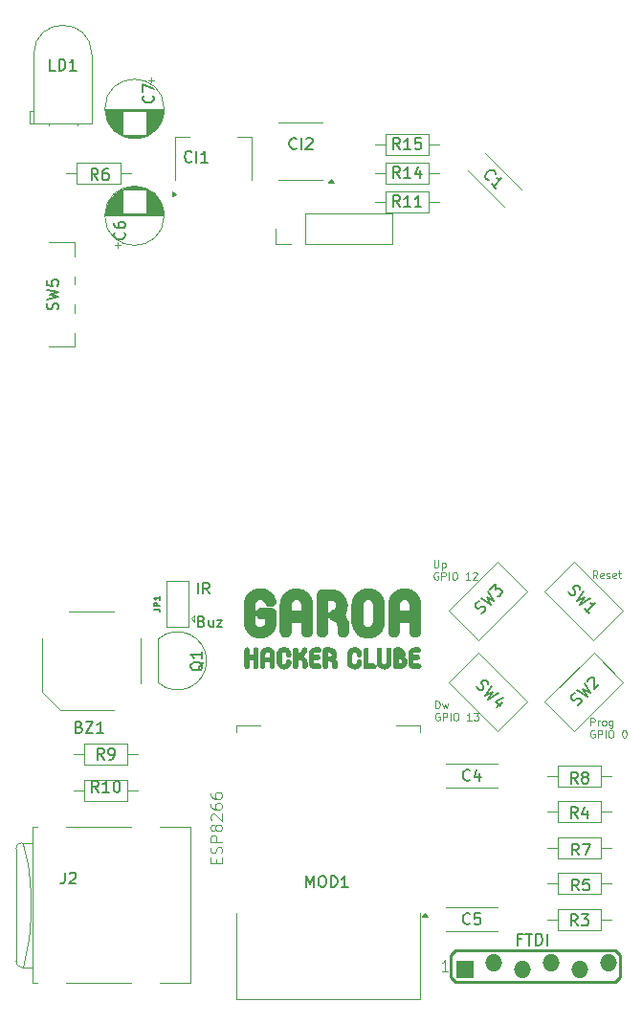
<source format=gbr>
%TF.GenerationSoftware,KiCad,Pcbnew,9.0.0*%
%TF.CreationDate,2025-08-10T17:42:25-03:00*%
%TF.ProjectId,BadgeGaroa_r2,42616467-6547-4617-926f-615f72322e6b,rev?*%
%TF.SameCoordinates,Original*%
%TF.FileFunction,Legend,Top*%
%TF.FilePolarity,Positive*%
%FSLAX46Y46*%
G04 Gerber Fmt 4.6, Leading zero omitted, Abs format (unit mm)*
G04 Created by KiCad (PCBNEW 9.0.0) date 2025-08-10 17:42:25*
%MOMM*%
%LPD*%
G01*
G04 APERTURE LIST*
%ADD10C,0.099200*%
%ADD11C,0.100000*%
%ADD12C,0.200000*%
%ADD13C,0.150800*%
%ADD14C,0.127000*%
%ADD15C,0.150000*%
%ADD16C,0.082550*%
%ADD17C,0.120000*%
%ADD18C,0.254000*%
%ADD19R,1.524000X1.524000*%
%ADD20O,1.524000X1.524000*%
G04 APERTURE END LIST*
D10*
X102584501Y-94913613D02*
X102584501Y-94253213D01*
X102584501Y-94253213D02*
X102741739Y-94253213D01*
X102741739Y-94253213D02*
X102836082Y-94284661D01*
X102836082Y-94284661D02*
X102898977Y-94347556D01*
X102898977Y-94347556D02*
X102930424Y-94410451D01*
X102930424Y-94410451D02*
X102961872Y-94536242D01*
X102961872Y-94536242D02*
X102961872Y-94630585D01*
X102961872Y-94630585D02*
X102930424Y-94756375D01*
X102930424Y-94756375D02*
X102898977Y-94819270D01*
X102898977Y-94819270D02*
X102836082Y-94882166D01*
X102836082Y-94882166D02*
X102741739Y-94913613D01*
X102741739Y-94913613D02*
X102584501Y-94913613D01*
X103182005Y-94473346D02*
X103307796Y-94913613D01*
X103307796Y-94913613D02*
X103433586Y-94599137D01*
X103433586Y-94599137D02*
X103559377Y-94913613D01*
X103559377Y-94913613D02*
X103685167Y-94473346D01*
X102930424Y-95347868D02*
X102867529Y-95316420D01*
X102867529Y-95316420D02*
X102773186Y-95316420D01*
X102773186Y-95316420D02*
X102678843Y-95347868D01*
X102678843Y-95347868D02*
X102615948Y-95410763D01*
X102615948Y-95410763D02*
X102584501Y-95473658D01*
X102584501Y-95473658D02*
X102553053Y-95599449D01*
X102553053Y-95599449D02*
X102553053Y-95693792D01*
X102553053Y-95693792D02*
X102584501Y-95819582D01*
X102584501Y-95819582D02*
X102615948Y-95882477D01*
X102615948Y-95882477D02*
X102678843Y-95945373D01*
X102678843Y-95945373D02*
X102773186Y-95976820D01*
X102773186Y-95976820D02*
X102836082Y-95976820D01*
X102836082Y-95976820D02*
X102930424Y-95945373D01*
X102930424Y-95945373D02*
X102961872Y-95913925D01*
X102961872Y-95913925D02*
X102961872Y-95693792D01*
X102961872Y-95693792D02*
X102836082Y-95693792D01*
X103244901Y-95976820D02*
X103244901Y-95316420D01*
X103244901Y-95316420D02*
X103496482Y-95316420D01*
X103496482Y-95316420D02*
X103559377Y-95347868D01*
X103559377Y-95347868D02*
X103590824Y-95379315D01*
X103590824Y-95379315D02*
X103622272Y-95442211D01*
X103622272Y-95442211D02*
X103622272Y-95536553D01*
X103622272Y-95536553D02*
X103590824Y-95599449D01*
X103590824Y-95599449D02*
X103559377Y-95630896D01*
X103559377Y-95630896D02*
X103496482Y-95662344D01*
X103496482Y-95662344D02*
X103244901Y-95662344D01*
X103905301Y-95976820D02*
X103905301Y-95316420D01*
X104345567Y-95316420D02*
X104471358Y-95316420D01*
X104471358Y-95316420D02*
X104534253Y-95347868D01*
X104534253Y-95347868D02*
X104597148Y-95410763D01*
X104597148Y-95410763D02*
X104628596Y-95536553D01*
X104628596Y-95536553D02*
X104628596Y-95756687D01*
X104628596Y-95756687D02*
X104597148Y-95882477D01*
X104597148Y-95882477D02*
X104534253Y-95945373D01*
X104534253Y-95945373D02*
X104471358Y-95976820D01*
X104471358Y-95976820D02*
X104345567Y-95976820D01*
X104345567Y-95976820D02*
X104282672Y-95945373D01*
X104282672Y-95945373D02*
X104219777Y-95882477D01*
X104219777Y-95882477D02*
X104188329Y-95756687D01*
X104188329Y-95756687D02*
X104188329Y-95536553D01*
X104188329Y-95536553D02*
X104219777Y-95410763D01*
X104219777Y-95410763D02*
X104282672Y-95347868D01*
X104282672Y-95347868D02*
X104345567Y-95316420D01*
X105760710Y-95976820D02*
X105383339Y-95976820D01*
X105572025Y-95976820D02*
X105572025Y-95316420D01*
X105572025Y-95316420D02*
X105509129Y-95410763D01*
X105509129Y-95410763D02*
X105446234Y-95473658D01*
X105446234Y-95473658D02*
X105383339Y-95505106D01*
X105980843Y-95316420D02*
X106389662Y-95316420D01*
X106389662Y-95316420D02*
X106169529Y-95568001D01*
X106169529Y-95568001D02*
X106263872Y-95568001D01*
X106263872Y-95568001D02*
X106326767Y-95599449D01*
X106326767Y-95599449D02*
X106358215Y-95630896D01*
X106358215Y-95630896D02*
X106389662Y-95693792D01*
X106389662Y-95693792D02*
X106389662Y-95851030D01*
X106389662Y-95851030D02*
X106358215Y-95913925D01*
X106358215Y-95913925D02*
X106326767Y-95945373D01*
X106326767Y-95945373D02*
X106263872Y-95976820D01*
X106263872Y-95976820D02*
X106075186Y-95976820D01*
X106075186Y-95976820D02*
X106012291Y-95945373D01*
X106012291Y-95945373D02*
X105980843Y-95913925D01*
D11*
X102458027Y-81807172D02*
X102458027Y-82341782D01*
X102458027Y-82341782D02*
X102489474Y-82404677D01*
X102489474Y-82404677D02*
X102520922Y-82436125D01*
X102520922Y-82436125D02*
X102583817Y-82467572D01*
X102583817Y-82467572D02*
X102709608Y-82467572D01*
X102709608Y-82467572D02*
X102772503Y-82436125D01*
X102772503Y-82436125D02*
X102803950Y-82404677D01*
X102803950Y-82404677D02*
X102835398Y-82341782D01*
X102835398Y-82341782D02*
X102835398Y-81807172D01*
X103149875Y-82027305D02*
X103149875Y-82687705D01*
X103149875Y-82058753D02*
X103212770Y-82027305D01*
X103212770Y-82027305D02*
X103338560Y-82027305D01*
X103338560Y-82027305D02*
X103401456Y-82058753D01*
X103401456Y-82058753D02*
X103432903Y-82090201D01*
X103432903Y-82090201D02*
X103464351Y-82153096D01*
X103464351Y-82153096D02*
X103464351Y-82341782D01*
X103464351Y-82341782D02*
X103432903Y-82404677D01*
X103432903Y-82404677D02*
X103401456Y-82436125D01*
X103401456Y-82436125D02*
X103338560Y-82467572D01*
X103338560Y-82467572D02*
X103212770Y-82467572D01*
X103212770Y-82467572D02*
X103149875Y-82436125D01*
X102803950Y-82901827D02*
X102741055Y-82870379D01*
X102741055Y-82870379D02*
X102646712Y-82870379D01*
X102646712Y-82870379D02*
X102552369Y-82901827D01*
X102552369Y-82901827D02*
X102489474Y-82964722D01*
X102489474Y-82964722D02*
X102458027Y-83027617D01*
X102458027Y-83027617D02*
X102426579Y-83153408D01*
X102426579Y-83153408D02*
X102426579Y-83247751D01*
X102426579Y-83247751D02*
X102458027Y-83373541D01*
X102458027Y-83373541D02*
X102489474Y-83436436D01*
X102489474Y-83436436D02*
X102552369Y-83499332D01*
X102552369Y-83499332D02*
X102646712Y-83530779D01*
X102646712Y-83530779D02*
X102709608Y-83530779D01*
X102709608Y-83530779D02*
X102803950Y-83499332D01*
X102803950Y-83499332D02*
X102835398Y-83467884D01*
X102835398Y-83467884D02*
X102835398Y-83247751D01*
X102835398Y-83247751D02*
X102709608Y-83247751D01*
X103118427Y-83530779D02*
X103118427Y-82870379D01*
X103118427Y-82870379D02*
X103370008Y-82870379D01*
X103370008Y-82870379D02*
X103432903Y-82901827D01*
X103432903Y-82901827D02*
X103464350Y-82933274D01*
X103464350Y-82933274D02*
X103495798Y-82996170D01*
X103495798Y-82996170D02*
X103495798Y-83090512D01*
X103495798Y-83090512D02*
X103464350Y-83153408D01*
X103464350Y-83153408D02*
X103432903Y-83184855D01*
X103432903Y-83184855D02*
X103370008Y-83216303D01*
X103370008Y-83216303D02*
X103118427Y-83216303D01*
X103778827Y-83530779D02*
X103778827Y-82870379D01*
X104219093Y-82870379D02*
X104344884Y-82870379D01*
X104344884Y-82870379D02*
X104407779Y-82901827D01*
X104407779Y-82901827D02*
X104470674Y-82964722D01*
X104470674Y-82964722D02*
X104502122Y-83090512D01*
X104502122Y-83090512D02*
X104502122Y-83310646D01*
X104502122Y-83310646D02*
X104470674Y-83436436D01*
X104470674Y-83436436D02*
X104407779Y-83499332D01*
X104407779Y-83499332D02*
X104344884Y-83530779D01*
X104344884Y-83530779D02*
X104219093Y-83530779D01*
X104219093Y-83530779D02*
X104156198Y-83499332D01*
X104156198Y-83499332D02*
X104093303Y-83436436D01*
X104093303Y-83436436D02*
X104061855Y-83310646D01*
X104061855Y-83310646D02*
X104061855Y-83090512D01*
X104061855Y-83090512D02*
X104093303Y-82964722D01*
X104093303Y-82964722D02*
X104156198Y-82901827D01*
X104156198Y-82901827D02*
X104219093Y-82870379D01*
X105634236Y-83530779D02*
X105256865Y-83530779D01*
X105445551Y-83530779D02*
X105445551Y-82870379D01*
X105445551Y-82870379D02*
X105382655Y-82964722D01*
X105382655Y-82964722D02*
X105319760Y-83027617D01*
X105319760Y-83027617D02*
X105256865Y-83059065D01*
X105885817Y-82933274D02*
X105917265Y-82901827D01*
X105917265Y-82901827D02*
X105980160Y-82870379D01*
X105980160Y-82870379D02*
X106137398Y-82870379D01*
X106137398Y-82870379D02*
X106200293Y-82901827D01*
X106200293Y-82901827D02*
X106231741Y-82933274D01*
X106231741Y-82933274D02*
X106263188Y-82996170D01*
X106263188Y-82996170D02*
X106263188Y-83059065D01*
X106263188Y-83059065D02*
X106231741Y-83153408D01*
X106231741Y-83153408D02*
X105854369Y-83530779D01*
X105854369Y-83530779D02*
X106263188Y-83530779D01*
X116301027Y-96437572D02*
X116301027Y-95777172D01*
X116301027Y-95777172D02*
X116552608Y-95777172D01*
X116552608Y-95777172D02*
X116615503Y-95808620D01*
X116615503Y-95808620D02*
X116646950Y-95840067D01*
X116646950Y-95840067D02*
X116678398Y-95902963D01*
X116678398Y-95902963D02*
X116678398Y-95997305D01*
X116678398Y-95997305D02*
X116646950Y-96060201D01*
X116646950Y-96060201D02*
X116615503Y-96091648D01*
X116615503Y-96091648D02*
X116552608Y-96123096D01*
X116552608Y-96123096D02*
X116301027Y-96123096D01*
X116961427Y-96437572D02*
X116961427Y-95997305D01*
X116961427Y-96123096D02*
X116992874Y-96060201D01*
X116992874Y-96060201D02*
X117024322Y-96028753D01*
X117024322Y-96028753D02*
X117087217Y-95997305D01*
X117087217Y-95997305D02*
X117150112Y-95997305D01*
X117464588Y-96437572D02*
X117401693Y-96406125D01*
X117401693Y-96406125D02*
X117370246Y-96374677D01*
X117370246Y-96374677D02*
X117338798Y-96311782D01*
X117338798Y-96311782D02*
X117338798Y-96123096D01*
X117338798Y-96123096D02*
X117370246Y-96060201D01*
X117370246Y-96060201D02*
X117401693Y-96028753D01*
X117401693Y-96028753D02*
X117464588Y-95997305D01*
X117464588Y-95997305D02*
X117558931Y-95997305D01*
X117558931Y-95997305D02*
X117621827Y-96028753D01*
X117621827Y-96028753D02*
X117653274Y-96060201D01*
X117653274Y-96060201D02*
X117684722Y-96123096D01*
X117684722Y-96123096D02*
X117684722Y-96311782D01*
X117684722Y-96311782D02*
X117653274Y-96374677D01*
X117653274Y-96374677D02*
X117621827Y-96406125D01*
X117621827Y-96406125D02*
X117558931Y-96437572D01*
X117558931Y-96437572D02*
X117464588Y-96437572D01*
X118250779Y-95997305D02*
X118250779Y-96531915D01*
X118250779Y-96531915D02*
X118219332Y-96594810D01*
X118219332Y-96594810D02*
X118187884Y-96626258D01*
X118187884Y-96626258D02*
X118124989Y-96657705D01*
X118124989Y-96657705D02*
X118030646Y-96657705D01*
X118030646Y-96657705D02*
X117967751Y-96626258D01*
X118250779Y-96406125D02*
X118187884Y-96437572D01*
X118187884Y-96437572D02*
X118062093Y-96437572D01*
X118062093Y-96437572D02*
X117999198Y-96406125D01*
X117999198Y-96406125D02*
X117967751Y-96374677D01*
X117967751Y-96374677D02*
X117936303Y-96311782D01*
X117936303Y-96311782D02*
X117936303Y-96123096D01*
X117936303Y-96123096D02*
X117967751Y-96060201D01*
X117967751Y-96060201D02*
X117999198Y-96028753D01*
X117999198Y-96028753D02*
X118062093Y-95997305D01*
X118062093Y-95997305D02*
X118187884Y-95997305D01*
X118187884Y-95997305D02*
X118250779Y-96028753D01*
X116646950Y-96871827D02*
X116584055Y-96840379D01*
X116584055Y-96840379D02*
X116489712Y-96840379D01*
X116489712Y-96840379D02*
X116395369Y-96871827D01*
X116395369Y-96871827D02*
X116332474Y-96934722D01*
X116332474Y-96934722D02*
X116301027Y-96997617D01*
X116301027Y-96997617D02*
X116269579Y-97123408D01*
X116269579Y-97123408D02*
X116269579Y-97217751D01*
X116269579Y-97217751D02*
X116301027Y-97343541D01*
X116301027Y-97343541D02*
X116332474Y-97406436D01*
X116332474Y-97406436D02*
X116395369Y-97469332D01*
X116395369Y-97469332D02*
X116489712Y-97500779D01*
X116489712Y-97500779D02*
X116552608Y-97500779D01*
X116552608Y-97500779D02*
X116646950Y-97469332D01*
X116646950Y-97469332D02*
X116678398Y-97437884D01*
X116678398Y-97437884D02*
X116678398Y-97217751D01*
X116678398Y-97217751D02*
X116552608Y-97217751D01*
X116961427Y-97500779D02*
X116961427Y-96840379D01*
X116961427Y-96840379D02*
X117213008Y-96840379D01*
X117213008Y-96840379D02*
X117275903Y-96871827D01*
X117275903Y-96871827D02*
X117307350Y-96903274D01*
X117307350Y-96903274D02*
X117338798Y-96966170D01*
X117338798Y-96966170D02*
X117338798Y-97060512D01*
X117338798Y-97060512D02*
X117307350Y-97123408D01*
X117307350Y-97123408D02*
X117275903Y-97154855D01*
X117275903Y-97154855D02*
X117213008Y-97186303D01*
X117213008Y-97186303D02*
X116961427Y-97186303D01*
X117621827Y-97500779D02*
X117621827Y-96840379D01*
X118062093Y-96840379D02*
X118187884Y-96840379D01*
X118187884Y-96840379D02*
X118250779Y-96871827D01*
X118250779Y-96871827D02*
X118313674Y-96934722D01*
X118313674Y-96934722D02*
X118345122Y-97060512D01*
X118345122Y-97060512D02*
X118345122Y-97280646D01*
X118345122Y-97280646D02*
X118313674Y-97406436D01*
X118313674Y-97406436D02*
X118250779Y-97469332D01*
X118250779Y-97469332D02*
X118187884Y-97500779D01*
X118187884Y-97500779D02*
X118062093Y-97500779D01*
X118062093Y-97500779D02*
X117999198Y-97469332D01*
X117999198Y-97469332D02*
X117936303Y-97406436D01*
X117936303Y-97406436D02*
X117904855Y-97280646D01*
X117904855Y-97280646D02*
X117904855Y-97060512D01*
X117904855Y-97060512D02*
X117936303Y-96934722D01*
X117936303Y-96934722D02*
X117999198Y-96871827D01*
X117999198Y-96871827D02*
X118062093Y-96840379D01*
X119257103Y-96840379D02*
X119319998Y-96840379D01*
X119319998Y-96840379D02*
X119382894Y-96871827D01*
X119382894Y-96871827D02*
X119414341Y-96903274D01*
X119414341Y-96903274D02*
X119445789Y-96966170D01*
X119445789Y-96966170D02*
X119477236Y-97091960D01*
X119477236Y-97091960D02*
X119477236Y-97249198D01*
X119477236Y-97249198D02*
X119445789Y-97374989D01*
X119445789Y-97374989D02*
X119414341Y-97437884D01*
X119414341Y-97437884D02*
X119382894Y-97469332D01*
X119382894Y-97469332D02*
X119319998Y-97500779D01*
X119319998Y-97500779D02*
X119257103Y-97500779D01*
X119257103Y-97500779D02*
X119194208Y-97469332D01*
X119194208Y-97469332D02*
X119162760Y-97437884D01*
X119162760Y-97437884D02*
X119131313Y-97374989D01*
X119131313Y-97374989D02*
X119099865Y-97249198D01*
X119099865Y-97249198D02*
X119099865Y-97091960D01*
X119099865Y-97091960D02*
X119131313Y-96966170D01*
X119131313Y-96966170D02*
X119162760Y-96903274D01*
X119162760Y-96903274D02*
X119194208Y-96871827D01*
X119194208Y-96871827D02*
X119257103Y-96840379D01*
D12*
G36*
X86686541Y-89518465D02*
G01*
X86609193Y-89531756D01*
X86539756Y-89570725D01*
X86510312Y-89599065D01*
X86486108Y-89632073D01*
X86467990Y-89668716D01*
X86456458Y-89708525D01*
X86452214Y-89752681D01*
X86452214Y-90165610D01*
X86144798Y-90165610D01*
X86144798Y-89752681D01*
X86131482Y-89675389D01*
X86092457Y-89606146D01*
X86064073Y-89576812D01*
X86030947Y-89552659D01*
X85994071Y-89534520D01*
X85953890Y-89522895D01*
X85907944Y-89518465D01*
X85829544Y-89531756D01*
X85760377Y-89570428D01*
X85707337Y-89631216D01*
X85689342Y-89667767D01*
X85677856Y-89707500D01*
X85673507Y-89752681D01*
X85673507Y-91202495D01*
X85686845Y-91281872D01*
X85725647Y-91351859D01*
X85753670Y-91381111D01*
X85786405Y-91405116D01*
X85822809Y-91423034D01*
X85862573Y-91434478D01*
X85907944Y-91438800D01*
X85986691Y-91425483D01*
X86056591Y-91386637D01*
X86086046Y-91358470D01*
X86110279Y-91325606D01*
X86128495Y-91289003D01*
X86140214Y-91249111D01*
X86144798Y-91202495D01*
X86144798Y-90636901D01*
X86452214Y-90636901D01*
X86452214Y-91202495D01*
X86465507Y-91280977D01*
X86504315Y-91350820D01*
X86565282Y-91404554D01*
X86601765Y-91422746D01*
X86641415Y-91434381D01*
X86686541Y-91438800D01*
X86765332Y-91425483D01*
X86835219Y-91386649D01*
X86864660Y-91358493D01*
X86888880Y-91325642D01*
X86907091Y-91289042D01*
X86918808Y-91249153D01*
X86923396Y-91202495D01*
X86923396Y-89752681D01*
X86910078Y-89675351D01*
X86871053Y-89606102D01*
X86842675Y-89576778D01*
X86809553Y-89552635D01*
X86772680Y-89534508D01*
X86732495Y-89522890D01*
X86686541Y-89518465D01*
G37*
G36*
X87812227Y-89481518D02*
G01*
X87880390Y-89493832D01*
X87945915Y-89512938D01*
X88009705Y-89539044D01*
X88069948Y-89571401D01*
X88126789Y-89610004D01*
X88179185Y-89654125D01*
X88268713Y-89756811D01*
X88334795Y-89874310D01*
X88375198Y-90001639D01*
X88388816Y-90134726D01*
X88388816Y-91202495D01*
X88384423Y-91248168D01*
X88372831Y-91288268D01*
X88354723Y-91325068D01*
X88330581Y-91358142D01*
X88301245Y-91386483D01*
X88231897Y-91425483D01*
X88154379Y-91438800D01*
X88107486Y-91434191D01*
X88067495Y-91422463D01*
X88030800Y-91404246D01*
X87997896Y-91380054D01*
X87969695Y-91350658D01*
X87930841Y-91280977D01*
X87917525Y-91202495D01*
X87917525Y-90847927D01*
X87539547Y-90847927D01*
X87539547Y-91202495D01*
X87535162Y-91248125D01*
X87523576Y-91288234D01*
X87505473Y-91325043D01*
X87481336Y-91358127D01*
X87452005Y-91386476D01*
X87382682Y-91425483D01*
X87305220Y-91438800D01*
X87258250Y-91434183D01*
X87218244Y-91422450D01*
X87181540Y-91404233D01*
X87148631Y-91380043D01*
X87120429Y-91350651D01*
X87081573Y-91280977D01*
X87068256Y-91202495D01*
X87068256Y-90134726D01*
X87539547Y-90134726D01*
X87539547Y-90376746D01*
X87917525Y-90376746D01*
X87917525Y-90134726D01*
X87917444Y-90129202D01*
X87912635Y-90092230D01*
X87900900Y-90057776D01*
X87882659Y-90026231D01*
X87858750Y-89998883D01*
X87798683Y-89960743D01*
X87728591Y-89947550D01*
X87723398Y-89947622D01*
X87686058Y-89952439D01*
X87651246Y-89964255D01*
X87619155Y-89982713D01*
X87591352Y-90006818D01*
X87552744Y-90066659D01*
X87539547Y-90134726D01*
X87068256Y-90134726D01*
X87073540Y-90051778D01*
X87085914Y-89984040D01*
X87105115Y-89918813D01*
X87131367Y-89855193D01*
X87163911Y-89795029D01*
X87202717Y-89738235D01*
X87247076Y-89685827D01*
X87350177Y-89596296D01*
X87467962Y-89530236D01*
X87595435Y-89489865D01*
X87728591Y-89476259D01*
X87812227Y-89481518D01*
G37*
G36*
X89179833Y-89476259D02*
G01*
X89046129Y-89489876D01*
X88918380Y-89530246D01*
X88800618Y-89596232D01*
X88697775Y-89685589D01*
X88653597Y-89737877D01*
X88614950Y-89794590D01*
X88582550Y-89854701D01*
X88556407Y-89918340D01*
X88537263Y-89983714D01*
X88524913Y-90051706D01*
X88519608Y-90135495D01*
X88519608Y-90821879D01*
X88533217Y-90954690D01*
X88573608Y-91081871D01*
X88639717Y-91199412D01*
X88729343Y-91302320D01*
X88781824Y-91346606D01*
X88838718Y-91385357D01*
X88899011Y-91417866D01*
X88962795Y-91444100D01*
X89028235Y-91463303D01*
X89096229Y-91475690D01*
X89179833Y-91481005D01*
X89313705Y-91467397D01*
X89441322Y-91427098D01*
X89558859Y-91361246D01*
X89661560Y-91272024D01*
X89705747Y-91219747D01*
X89744395Y-91163083D01*
X89776859Y-91102944D01*
X89803055Y-91039328D01*
X89822272Y-90973948D01*
X89834684Y-90906024D01*
X89840058Y-90821879D01*
X89840058Y-90796819D01*
X89826766Y-90718653D01*
X89787941Y-90649050D01*
X89726905Y-90595474D01*
X89690362Y-90577338D01*
X89650647Y-90565756D01*
X89605732Y-90561394D01*
X89526812Y-90574708D01*
X89456811Y-90613530D01*
X89427346Y-90641658D01*
X89403124Y-90674467D01*
X89384946Y-90710977D01*
X89373279Y-90750753D01*
X89368767Y-90796819D01*
X89368767Y-90821879D01*
X89355569Y-90890274D01*
X89316982Y-90950354D01*
X89289223Y-90974527D01*
X89257183Y-90993042D01*
X89222452Y-91004895D01*
X89185192Y-91009747D01*
X89179833Y-91009824D01*
X89110894Y-90996628D01*
X89050388Y-90958082D01*
X89026110Y-90930421D01*
X89007533Y-90898508D01*
X88995688Y-90864011D01*
X88990861Y-90827018D01*
X88990789Y-90821879D01*
X88990789Y-90135495D01*
X89003986Y-90066100D01*
X89042198Y-90006486D01*
X89069696Y-89982639D01*
X89101435Y-89964400D01*
X89136231Y-89952575D01*
X89173591Y-89947651D01*
X89179833Y-89947550D01*
X89249731Y-89960808D01*
X89310248Y-89999339D01*
X89334181Y-90026826D01*
X89352454Y-90058692D01*
X89364034Y-90093269D01*
X89368707Y-90130649D01*
X89368767Y-90135495D01*
X89368767Y-90158027D01*
X89382084Y-90236193D01*
X89420958Y-90305627D01*
X89482137Y-90359052D01*
X89518902Y-90377214D01*
X89558975Y-90388893D01*
X89605732Y-90393452D01*
X89683308Y-90380138D01*
X89752708Y-90341149D01*
X89782042Y-90312831D01*
X89806165Y-90279793D01*
X89824224Y-90243070D01*
X89835751Y-90203069D01*
X89840058Y-90158027D01*
X89840058Y-90135495D01*
X89826440Y-90001422D01*
X89786124Y-89873754D01*
X89720291Y-89756363D01*
X89631143Y-89653973D01*
X89578925Y-89609981D01*
X89522274Y-89571503D01*
X89462123Y-89539197D01*
X89398420Y-89513123D01*
X89332839Y-89493985D01*
X89264603Y-89481620D01*
X89179833Y-89476259D01*
G37*
G36*
X90939591Y-90297282D02*
G01*
X91199196Y-89876439D01*
X91229095Y-89802230D01*
X91232727Y-89721836D01*
X91224208Y-89681843D01*
X91208928Y-89643885D01*
X91187403Y-89609363D01*
X91159667Y-89578717D01*
X91123579Y-89551437D01*
X91050158Y-89522000D01*
X90970368Y-89518720D01*
X90892376Y-89542784D01*
X90857551Y-89564504D01*
X90826608Y-89592393D01*
X90798467Y-89629473D01*
X90443240Y-90209134D01*
X90435657Y-90209134D01*
X90435657Y-89753011D01*
X90422364Y-89674668D01*
X90383683Y-89605532D01*
X90322872Y-89552508D01*
X90286303Y-89534517D01*
X90246545Y-89523033D01*
X90201330Y-89518684D01*
X90121745Y-89532021D01*
X90051561Y-89570818D01*
X90022232Y-89598824D01*
X89998161Y-89631536D01*
X89980198Y-89667889D01*
X89968717Y-89707590D01*
X89964366Y-89753011D01*
X89964366Y-91204473D01*
X89977683Y-91282816D01*
X90016412Y-91351785D01*
X90077367Y-91404661D01*
X90114157Y-91422678D01*
X90154273Y-91434257D01*
X90201330Y-91438800D01*
X90279563Y-91425462D01*
X90349147Y-91386499D01*
X90378346Y-91358306D01*
X90402318Y-91325366D01*
X90420162Y-91288802D01*
X90431505Y-91248877D01*
X90435657Y-91204473D01*
X90435657Y-90680316D01*
X90609533Y-90680316D01*
X90679215Y-90693574D01*
X90739639Y-90732138D01*
X90763604Y-90759694D01*
X90781935Y-90791647D01*
X90793612Y-90826372D01*
X90798391Y-90863918D01*
X90798467Y-90869360D01*
X90798467Y-91204473D01*
X90811761Y-91282816D01*
X90850443Y-91351944D01*
X90911260Y-91404962D01*
X90947839Y-91422955D01*
X90987612Y-91434443D01*
X91032904Y-91438800D01*
X91112432Y-91425462D01*
X91182592Y-91386659D01*
X91211915Y-91358646D01*
X91235982Y-91325924D01*
X91253940Y-91289563D01*
X91265415Y-91249852D01*
X91269758Y-91204473D01*
X91269758Y-90869360D01*
X91256153Y-90735806D01*
X91215870Y-90608564D01*
X91149949Y-90491098D01*
X91060343Y-90387875D01*
X91007612Y-90343115D01*
X90950446Y-90303820D01*
X90939591Y-90297282D01*
G37*
G36*
X92296531Y-90967618D02*
G01*
X91928664Y-90967618D01*
X91882358Y-90954855D01*
X91849696Y-90919368D01*
X91840407Y-90879911D01*
X91840407Y-90636901D01*
X92173102Y-90636901D01*
X92251735Y-90623585D01*
X92321579Y-90584728D01*
X92351043Y-90556535D01*
X92375295Y-90523640D01*
X92393553Y-90486979D01*
X92405318Y-90447025D01*
X92409957Y-90400047D01*
X92396641Y-90322643D01*
X92357630Y-90253350D01*
X92329262Y-90224006D01*
X92296156Y-90199844D01*
X92259297Y-90181695D01*
X92219135Y-90170058D01*
X92173102Y-90165610D01*
X91840407Y-90165610D01*
X91840407Y-90077683D01*
X91853376Y-90031497D01*
X91869141Y-90012445D01*
X91889846Y-89998482D01*
X91928664Y-89989756D01*
X92256194Y-89989756D01*
X92333598Y-89976440D01*
X92402890Y-89937429D01*
X92432235Y-89909061D01*
X92456396Y-89875955D01*
X92474545Y-89839096D01*
X92486183Y-89798934D01*
X92490630Y-89752901D01*
X92477337Y-89675497D01*
X92438371Y-89606050D01*
X92410036Y-89576609D01*
X92377029Y-89552404D01*
X92340376Y-89534279D01*
X92300545Y-89522733D01*
X92256194Y-89518465D01*
X91928664Y-89518465D01*
X91805082Y-89532045D01*
X91688436Y-89572155D01*
X91582977Y-89637377D01*
X91493833Y-89725059D01*
X91457068Y-89775961D01*
X91426114Y-89830967D01*
X91401702Y-89888826D01*
X91383801Y-89949824D01*
X91373006Y-90012041D01*
X91369227Y-90076453D01*
X91369226Y-90077683D01*
X91369226Y-90879911D01*
X91382807Y-91002556D01*
X91423018Y-91118949D01*
X91488518Y-91224594D01*
X91576591Y-91314061D01*
X91627652Y-91350942D01*
X91682826Y-91382000D01*
X91740725Y-91406436D01*
X91801756Y-91424341D01*
X91863853Y-91435086D01*
X91928131Y-91438799D01*
X91928664Y-91438800D01*
X92296531Y-91438800D01*
X92373917Y-91425482D01*
X92443191Y-91386464D01*
X92472520Y-91358095D01*
X92496667Y-91324982D01*
X92514800Y-91288118D01*
X92526423Y-91247942D01*
X92530857Y-91201945D01*
X92517565Y-91124597D01*
X92478593Y-91055167D01*
X92450252Y-91025728D01*
X92417240Y-91001525D01*
X92380587Y-90983407D01*
X92340763Y-90971870D01*
X92296531Y-90967618D01*
G37*
G36*
X93863727Y-90163302D02*
G01*
X93850115Y-90031457D01*
X93809773Y-89905659D01*
X93743841Y-89789900D01*
X93654564Y-89689091D01*
X93602324Y-89645936D01*
X93545683Y-89608329D01*
X93485654Y-89576969D01*
X93422130Y-89551887D01*
X93356894Y-89533801D01*
X93289082Y-89522532D01*
X93216032Y-89518465D01*
X92853221Y-89518465D01*
X92774533Y-89531782D01*
X92704671Y-89570634D01*
X92675206Y-89598821D01*
X92650951Y-89631711D01*
X92632687Y-89668372D01*
X92620913Y-89708331D01*
X92616257Y-89755429D01*
X92616257Y-91204913D01*
X92629574Y-91282124D01*
X92668596Y-91351258D01*
X92696984Y-91380545D01*
X92730118Y-91404657D01*
X92767024Y-91422771D01*
X92807243Y-91434379D01*
X92853221Y-91438800D01*
X92931641Y-91425507D01*
X93000817Y-91386835D01*
X93053826Y-91326067D01*
X93071790Y-91289543D01*
X93083240Y-91249836D01*
X93087548Y-91204913D01*
X93087548Y-89989756D01*
X93216032Y-89989756D01*
X93283812Y-90002932D01*
X93341325Y-90040954D01*
X93363595Y-90067999D01*
X93380033Y-90099126D01*
X93392436Y-90163302D01*
X93389008Y-90199029D01*
X93379080Y-90232047D01*
X93340944Y-90288514D01*
X93313668Y-90310267D01*
X93281798Y-90326601D01*
X93266480Y-90331903D01*
X93195154Y-90366730D01*
X93139479Y-90423808D01*
X93119400Y-90459265D01*
X93105558Y-90498045D01*
X93097659Y-90565900D01*
X93112816Y-90642623D01*
X93153844Y-90711294D01*
X93182952Y-90739748D01*
X93216867Y-90762892D01*
X93281538Y-90787257D01*
X93322952Y-90800343D01*
X93358868Y-90818983D01*
X93388029Y-90841904D01*
X93411166Y-90869122D01*
X93427452Y-90899178D01*
X93437303Y-90932424D01*
X93440356Y-90965860D01*
X93440356Y-91204913D01*
X93453649Y-91282124D01*
X93492623Y-91351427D01*
X93520974Y-91380818D01*
X93554000Y-91404977D01*
X93590681Y-91423065D01*
X93630538Y-91434573D01*
X93674683Y-91438800D01*
X93753392Y-91425507D01*
X93823441Y-91386705D01*
X93877289Y-91325797D01*
X93895494Y-91289392D01*
X93907131Y-91249832D01*
X93911538Y-91204913D01*
X93911538Y-90965860D01*
X93897849Y-90831583D01*
X93857588Y-90705789D01*
X93791786Y-90590575D01*
X93747773Y-90535675D01*
X93783507Y-90477824D01*
X93813202Y-90416158D01*
X93836126Y-90352157D01*
X93852407Y-90285264D01*
X93863727Y-90163302D01*
G37*
G36*
X95424439Y-89476259D02*
G01*
X95290735Y-89489876D01*
X95162985Y-89530246D01*
X95045224Y-89596232D01*
X94942381Y-89685589D01*
X94898203Y-89737877D01*
X94859555Y-89794590D01*
X94827155Y-89854701D01*
X94801012Y-89918340D01*
X94781869Y-89983714D01*
X94769518Y-90051706D01*
X94764214Y-90135495D01*
X94764214Y-90821879D01*
X94777823Y-90954690D01*
X94818214Y-91081871D01*
X94884323Y-91199412D01*
X94973949Y-91302320D01*
X95026430Y-91346606D01*
X95083323Y-91385357D01*
X95143617Y-91417866D01*
X95207401Y-91444100D01*
X95272841Y-91463303D01*
X95340835Y-91475690D01*
X95424439Y-91481005D01*
X95558311Y-91467397D01*
X95685928Y-91427098D01*
X95803465Y-91361246D01*
X95906165Y-91272024D01*
X95950353Y-91219747D01*
X95989000Y-91163083D01*
X96021465Y-91102944D01*
X96047661Y-91039328D01*
X96066878Y-90973948D01*
X96079290Y-90906024D01*
X96084664Y-90821879D01*
X96084664Y-90796819D01*
X96071371Y-90718653D01*
X96032546Y-90649050D01*
X95971510Y-90595474D01*
X95934967Y-90577338D01*
X95895253Y-90565756D01*
X95850337Y-90561394D01*
X95771418Y-90574708D01*
X95701416Y-90613530D01*
X95671952Y-90641658D01*
X95647729Y-90674467D01*
X95629552Y-90710977D01*
X95617885Y-90750753D01*
X95613373Y-90796819D01*
X95613373Y-90821879D01*
X95600175Y-90890274D01*
X95561588Y-90950354D01*
X95533829Y-90974527D01*
X95501789Y-90993042D01*
X95467058Y-91004895D01*
X95429798Y-91009747D01*
X95424439Y-91009824D01*
X95355500Y-90996628D01*
X95294994Y-90958082D01*
X95270716Y-90930421D01*
X95252139Y-90898508D01*
X95240294Y-90864011D01*
X95235466Y-90827018D01*
X95235395Y-90821879D01*
X95235395Y-90135495D01*
X95248591Y-90066100D01*
X95286804Y-90006486D01*
X95314302Y-89982639D01*
X95346040Y-89964400D01*
X95380837Y-89952575D01*
X95418196Y-89947651D01*
X95424439Y-89947550D01*
X95494336Y-89960808D01*
X95554854Y-89999339D01*
X95578787Y-90026826D01*
X95597059Y-90058692D01*
X95608640Y-90093269D01*
X95613312Y-90130649D01*
X95613373Y-90135495D01*
X95613373Y-90158027D01*
X95626690Y-90236193D01*
X95665563Y-90305627D01*
X95726743Y-90359052D01*
X95763508Y-90377214D01*
X95803581Y-90388893D01*
X95850337Y-90393452D01*
X95927913Y-90380138D01*
X95997313Y-90341149D01*
X96026648Y-90312831D01*
X96050771Y-90279793D01*
X96068829Y-90243070D01*
X96080357Y-90203069D01*
X96084664Y-90158027D01*
X96084664Y-90135495D01*
X96071046Y-90001422D01*
X96030730Y-89873754D01*
X95964897Y-89756363D01*
X95875748Y-89653973D01*
X95823531Y-89609981D01*
X95766880Y-89571503D01*
X95706729Y-89539197D01*
X95643026Y-89513123D01*
X95577444Y-89493985D01*
X95509209Y-89481620D01*
X95424439Y-89476259D01*
G37*
G36*
X97141442Y-90967618D02*
G01*
X96680262Y-90967618D01*
X96680262Y-89752461D01*
X96666946Y-89675237D01*
X96627920Y-89606058D01*
X96599531Y-89576748D01*
X96566398Y-89552617D01*
X96529507Y-89534493D01*
X96489310Y-89522881D01*
X96443408Y-89518465D01*
X96365966Y-89531756D01*
X96296483Y-89570713D01*
X96267035Y-89599035D01*
X96242833Y-89632021D01*
X96224724Y-89668633D01*
X96213203Y-89708407D01*
X96208971Y-89752461D01*
X96208971Y-91201945D01*
X96222265Y-91280620D01*
X96261065Y-91350608D01*
X96321999Y-91404437D01*
X96358455Y-91422666D01*
X96398079Y-91434339D01*
X96443408Y-91438800D01*
X97141442Y-91438800D01*
X97220112Y-91425482D01*
X97289963Y-91386625D01*
X97319417Y-91358438D01*
X97343660Y-91325546D01*
X97361905Y-91288888D01*
X97373662Y-91248931D01*
X97378296Y-91201945D01*
X97364980Y-91123602D01*
X97326253Y-91054626D01*
X97265303Y-91001743D01*
X97228522Y-90983728D01*
X97188421Y-90972153D01*
X97141442Y-90967618D01*
G37*
G36*
X97385660Y-89752461D02*
G01*
X97385660Y-90821219D01*
X97399279Y-90954777D01*
X97439658Y-91082400D01*
X97505668Y-91200054D01*
X97595071Y-91302815D01*
X97647396Y-91346964D01*
X97704160Y-91385594D01*
X97764340Y-91417988D01*
X97828068Y-91444134D01*
X97893560Y-91463293D01*
X97961694Y-91475665D01*
X98045995Y-91481005D01*
X98179139Y-91467396D01*
X98306566Y-91427020D01*
X98424277Y-91360955D01*
X98527301Y-91271412D01*
X98571630Y-91218987D01*
X98610418Y-91162158D01*
X98642961Y-91101936D01*
X98669224Y-91038232D01*
X98688456Y-90972875D01*
X98700872Y-90904974D01*
X98706220Y-90821219D01*
X98706220Y-89752461D01*
X98692927Y-89674242D01*
X98654236Y-89605202D01*
X98593390Y-89552240D01*
X98556789Y-89534268D01*
X98516990Y-89522800D01*
X98471784Y-89518465D01*
X98392215Y-89531801D01*
X98322028Y-89570597D01*
X98292702Y-89598600D01*
X98268640Y-89631305D01*
X98250697Y-89667634D01*
X98239244Y-89707305D01*
X98234929Y-89752461D01*
X98234929Y-90821219D01*
X98221731Y-90889842D01*
X98183151Y-90950125D01*
X98155416Y-90974373D01*
X98123405Y-90992951D01*
X98088732Y-91004848D01*
X98051535Y-91009741D01*
X98045995Y-91009824D01*
X97977180Y-90996628D01*
X97916732Y-90958061D01*
X97892438Y-90930359D01*
X97873827Y-90898393D01*
X97861924Y-90863805D01*
X97857032Y-90826708D01*
X97856951Y-90821219D01*
X97856951Y-89752461D01*
X97843635Y-89674242D01*
X97804900Y-89605355D01*
X97743922Y-89552528D01*
X97707117Y-89534533D01*
X97666990Y-89522977D01*
X97620096Y-89518465D01*
X97541768Y-89531801D01*
X97472131Y-89570750D01*
X97442924Y-89598924D01*
X97418953Y-89631838D01*
X97401119Y-89668361D01*
X97389792Y-89708236D01*
X97385660Y-89752461D01*
G37*
G36*
X99359255Y-89519792D02*
G01*
X99426233Y-89527802D01*
X99490804Y-89542716D01*
X99553823Y-89564655D01*
X99613480Y-89592960D01*
X99669847Y-89627556D01*
X99721908Y-89667778D01*
X99810951Y-89762853D01*
X99876745Y-89873006D01*
X99917013Y-89993296D01*
X99930609Y-90119778D01*
X99926570Y-90188951D01*
X99914637Y-90257098D01*
X99895329Y-90323550D01*
X99968775Y-90410316D01*
X100035232Y-90527499D01*
X100075769Y-90654117D01*
X100089428Y-90786488D01*
X100084787Y-90864630D01*
X100073005Y-90932449D01*
X100054419Y-90997687D01*
X100028852Y-91061168D01*
X99997016Y-91121152D01*
X99958953Y-91177719D01*
X99915345Y-91229888D01*
X99813634Y-91319027D01*
X99696903Y-91384872D01*
X99569976Y-91425187D01*
X99436787Y-91438800D01*
X99089034Y-91438800D01*
X99041936Y-91434148D01*
X99001971Y-91422382D01*
X98965304Y-91404129D01*
X98932418Y-91379891D01*
X98904234Y-91350445D01*
X98865387Y-91280620D01*
X98852070Y-91201945D01*
X98852070Y-90967618D01*
X99325889Y-90967618D01*
X99436787Y-90967618D01*
X99473629Y-90963942D01*
X99507850Y-90953387D01*
X99539402Y-90936215D01*
X99566698Y-90913352D01*
X99604916Y-90854980D01*
X99618137Y-90786488D01*
X99617895Y-90777417D01*
X99612242Y-90742095D01*
X99599616Y-90709056D01*
X99555827Y-90653025D01*
X99494709Y-90617887D01*
X99494209Y-90617716D01*
X99455866Y-90600764D01*
X99421815Y-90578057D01*
X99368487Y-90517580D01*
X99338418Y-90441812D01*
X99337934Y-90439059D01*
X99334399Y-90396934D01*
X99337957Y-90355375D01*
X99364775Y-90279033D01*
X99414036Y-90217927D01*
X99418680Y-90213762D01*
X99447986Y-90172977D01*
X99459428Y-90119778D01*
X99457647Y-90099968D01*
X99448226Y-90070481D01*
X99431790Y-90043902D01*
X99382946Y-90004000D01*
X99325889Y-89988986D01*
X99325889Y-90967618D01*
X98852070Y-90967618D01*
X98852070Y-89752461D01*
X98856497Y-89707432D01*
X98868153Y-89667870D01*
X98886376Y-89631460D01*
X98940247Y-89570553D01*
X99010308Y-89531756D01*
X99089034Y-89518465D01*
X99318305Y-89518465D01*
X99359255Y-89519792D01*
G37*
G36*
X101108617Y-90967618D02*
G01*
X100740751Y-90967618D01*
X100694444Y-90954855D01*
X100661783Y-90919368D01*
X100652494Y-90879911D01*
X100652494Y-90636901D01*
X100985189Y-90636901D01*
X101063821Y-90623585D01*
X101133665Y-90584728D01*
X101163129Y-90556535D01*
X101187382Y-90523640D01*
X101205640Y-90486979D01*
X101217404Y-90447025D01*
X101222043Y-90400047D01*
X101208727Y-90322643D01*
X101169717Y-90253350D01*
X101141349Y-90224006D01*
X101108242Y-90199844D01*
X101071384Y-90181695D01*
X101031222Y-90170058D01*
X100985189Y-90165610D01*
X100652494Y-90165610D01*
X100652494Y-90077683D01*
X100665463Y-90031497D01*
X100681227Y-90012445D01*
X100701933Y-89998482D01*
X100740751Y-89989756D01*
X101068280Y-89989756D01*
X101145685Y-89976440D01*
X101214977Y-89937429D01*
X101244322Y-89909061D01*
X101268483Y-89875955D01*
X101286632Y-89839096D01*
X101298269Y-89798934D01*
X101302717Y-89752901D01*
X101289423Y-89675497D01*
X101250457Y-89606050D01*
X101222123Y-89576609D01*
X101189115Y-89552404D01*
X101152462Y-89534279D01*
X101112632Y-89522733D01*
X101068280Y-89518465D01*
X100740751Y-89518465D01*
X100617168Y-89532045D01*
X100500523Y-89572155D01*
X100395063Y-89637377D01*
X100305920Y-89725059D01*
X100269155Y-89775961D01*
X100238201Y-89830967D01*
X100213788Y-89888826D01*
X100195887Y-89949824D01*
X100185093Y-90012041D01*
X100181314Y-90076453D01*
X100181312Y-90077683D01*
X100181312Y-90879911D01*
X100194894Y-91002556D01*
X100235104Y-91118949D01*
X100300605Y-91224594D01*
X100388678Y-91314061D01*
X100439739Y-91350942D01*
X100494912Y-91382000D01*
X100552811Y-91406436D01*
X100613843Y-91424341D01*
X100675939Y-91435086D01*
X100740217Y-91438799D01*
X100740751Y-91438800D01*
X101108617Y-91438800D01*
X101186003Y-91425482D01*
X101255277Y-91386464D01*
X101284607Y-91358095D01*
X101308754Y-91324982D01*
X101326886Y-91288118D01*
X101338509Y-91247942D01*
X101342944Y-91201945D01*
X101329651Y-91124597D01*
X101290680Y-91055167D01*
X101262339Y-91025728D01*
X101229327Y-91001525D01*
X101192674Y-90983407D01*
X101152849Y-90971870D01*
X101108617Y-90967618D01*
G37*
G36*
X88539272Y-86515407D02*
G01*
X88509733Y-86340669D01*
X88423486Y-86185098D01*
X88288039Y-86065404D01*
X88207038Y-86024885D01*
X88119012Y-85998949D01*
X88018546Y-85989064D01*
X87195203Y-85989064D01*
X87023318Y-86018655D01*
X86869391Y-86105361D01*
X86804192Y-86168419D01*
X86750510Y-86242010D01*
X86710189Y-86323939D01*
X86684341Y-86413209D01*
X86674477Y-86515407D01*
X86704016Y-86690242D01*
X86790235Y-86845785D01*
X86925631Y-86965419D01*
X87006623Y-87005926D01*
X87094643Y-87031856D01*
X87195203Y-87041751D01*
X87491958Y-87041751D01*
X87491958Y-87281109D01*
X87462630Y-87432963D01*
X87376858Y-87566421D01*
X87315150Y-87620130D01*
X87243925Y-87661264D01*
X87166726Y-87687588D01*
X87083908Y-87698353D01*
X87072105Y-87698520D01*
X86918907Y-87669200D01*
X86784431Y-87583549D01*
X86730471Y-87522086D01*
X86689188Y-87451186D01*
X86662874Y-87374564D01*
X86652163Y-87292411D01*
X86652007Y-87281109D01*
X86652007Y-85751904D01*
X86681333Y-85601318D01*
X86767151Y-85468942D01*
X86829008Y-85415593D01*
X86900410Y-85374763D01*
X86977943Y-85348637D01*
X87061110Y-85338056D01*
X87072105Y-85337913D01*
X87229924Y-85367731D01*
X87302140Y-85404500D01*
X87365635Y-85454287D01*
X87417729Y-85515073D01*
X87457269Y-85586278D01*
X87469732Y-85619280D01*
X87555140Y-85773033D01*
X87688049Y-85890161D01*
X87768959Y-85930887D01*
X87855961Y-85957229D01*
X87946361Y-85968183D01*
X88038936Y-85963066D01*
X88136027Y-85939483D01*
X88292777Y-85854652D01*
X88411320Y-85723238D01*
X88452275Y-85643631D01*
X88478750Y-85558048D01*
X88489754Y-85469304D01*
X88484700Y-85378391D01*
X88460870Y-85281981D01*
X88336977Y-85011456D01*
X88160167Y-84771444D01*
X87936218Y-84570886D01*
X87809122Y-84488319D01*
X87673885Y-84419123D01*
X87532174Y-84364226D01*
X87384473Y-84324028D01*
X87234168Y-84299504D01*
X87080055Y-84290621D01*
X87072105Y-84290599D01*
X86774985Y-84320850D01*
X86490998Y-84410551D01*
X86229136Y-84557181D01*
X86000427Y-84755722D01*
X85902198Y-84871868D01*
X85816293Y-84997807D01*
X85744316Y-85131226D01*
X85686278Y-85272423D01*
X85643843Y-85417358D01*
X85616530Y-85568030D01*
X85604938Y-85751904D01*
X85604938Y-87281109D01*
X85635181Y-87576164D01*
X85724943Y-87858734D01*
X85871863Y-88119905D01*
X86071052Y-88348573D01*
X86187689Y-88446979D01*
X86314133Y-88533087D01*
X86448130Y-88605322D01*
X86589885Y-88663611D01*
X86735316Y-88706274D01*
X86886423Y-88733792D01*
X87072105Y-88745589D01*
X87369598Y-88715351D01*
X87653198Y-88625796D01*
X87914403Y-88479461D01*
X88142637Y-88281190D01*
X88240835Y-88165023D01*
X88326721Y-88039109D01*
X88398862Y-87905477D01*
X88457072Y-87764123D01*
X88499769Y-87618857D01*
X88527343Y-87467942D01*
X88539272Y-87281109D01*
X88539272Y-86515407D01*
G37*
G36*
X90457544Y-84302286D02*
G01*
X90609018Y-84329651D01*
X90754629Y-84372107D01*
X90896385Y-84430121D01*
X91030258Y-84502024D01*
X91156571Y-84587809D01*
X91273007Y-84685856D01*
X91471957Y-84914048D01*
X91618806Y-85175157D01*
X91708590Y-85458109D01*
X91738853Y-85753858D01*
X91738853Y-88126677D01*
X91729090Y-88228174D01*
X91703330Y-88317284D01*
X91663090Y-88399062D01*
X91609442Y-88472561D01*
X91544252Y-88535541D01*
X91390145Y-88622207D01*
X91217883Y-88651800D01*
X91113675Y-88641559D01*
X91024805Y-88615495D01*
X90943262Y-88575014D01*
X90870141Y-88521254D01*
X90807473Y-88455929D01*
X90721131Y-88301084D01*
X90691540Y-88126677D01*
X90691540Y-87338750D01*
X89851588Y-87338750D01*
X89851588Y-88126677D01*
X89841844Y-88228078D01*
X89816098Y-88317209D01*
X89775869Y-88399007D01*
X89722230Y-88472527D01*
X89657052Y-88535525D01*
X89503000Y-88622207D01*
X89330863Y-88651800D01*
X89226484Y-88641541D01*
X89137581Y-88615468D01*
X89056017Y-88574985D01*
X88982887Y-88521229D01*
X88920215Y-88455914D01*
X88833869Y-88301084D01*
X88804275Y-88126677D01*
X88804275Y-85753858D01*
X89851588Y-85753858D01*
X89851588Y-86291681D01*
X90691540Y-86291681D01*
X90691540Y-85753858D01*
X90691360Y-85741582D01*
X90680673Y-85659423D01*
X90654595Y-85582858D01*
X90614059Y-85512758D01*
X90560928Y-85451986D01*
X90427445Y-85367230D01*
X90271686Y-85337913D01*
X90260146Y-85338072D01*
X90177168Y-85348776D01*
X90099808Y-85375034D01*
X90028495Y-85416052D01*
X89966710Y-85469619D01*
X89880914Y-85602599D01*
X89851588Y-85753858D01*
X88804275Y-85753858D01*
X88816018Y-85569530D01*
X88843516Y-85419000D01*
X88886185Y-85274051D01*
X88944521Y-85132674D01*
X89016842Y-84998977D01*
X89103076Y-84872767D01*
X89201653Y-84756304D01*
X89430766Y-84557347D01*
X89692510Y-84410547D01*
X89975783Y-84320834D01*
X90271686Y-84290599D01*
X90457544Y-84302286D01*
G37*
G36*
X94835120Y-85817361D02*
G01*
X94804871Y-85524372D01*
X94715221Y-85244820D01*
X94568707Y-84987578D01*
X94370313Y-84763558D01*
X94254224Y-84667657D01*
X94128355Y-84584088D01*
X93994957Y-84514397D01*
X93853793Y-84458660D01*
X93708824Y-84418469D01*
X93558131Y-84393428D01*
X93395796Y-84384388D01*
X92589551Y-84384388D01*
X92414688Y-84413982D01*
X92259439Y-84500321D01*
X92193961Y-84562959D01*
X92140061Y-84636047D01*
X92099476Y-84717517D01*
X92073310Y-84806314D01*
X92062963Y-84910976D01*
X92062963Y-88132051D01*
X92092557Y-88303632D01*
X92179274Y-88457264D01*
X92242358Y-88522345D01*
X92315989Y-88575927D01*
X92398002Y-88616181D01*
X92487377Y-88641976D01*
X92589551Y-88651800D01*
X92763816Y-88622262D01*
X92917542Y-88536324D01*
X93035340Y-88401284D01*
X93075259Y-88320119D01*
X93100705Y-88231882D01*
X93110277Y-88132051D01*
X93110277Y-85431702D01*
X93395796Y-85431702D01*
X93546420Y-85460982D01*
X93674226Y-85545476D01*
X93723715Y-85605575D01*
X93760244Y-85674747D01*
X93787806Y-85817361D01*
X93780188Y-85896753D01*
X93758126Y-85970128D01*
X93673379Y-86095610D01*
X93612766Y-86143949D01*
X93541945Y-86180247D01*
X93507904Y-86192030D01*
X93349402Y-86269424D01*
X93225679Y-86396263D01*
X93181060Y-86475056D01*
X93150299Y-86561234D01*
X93132747Y-86712023D01*
X93166429Y-86882517D01*
X93257602Y-87035121D01*
X93322286Y-87098352D01*
X93397653Y-87149782D01*
X93541365Y-87203928D01*
X93633397Y-87233008D01*
X93713210Y-87274430D01*
X93778013Y-87325365D01*
X93829429Y-87385848D01*
X93865620Y-87452641D01*
X93887511Y-87526520D01*
X93894296Y-87600823D01*
X93894296Y-88132051D01*
X93923835Y-88303632D01*
X94010444Y-88457639D01*
X94073447Y-88522952D01*
X94146837Y-88576638D01*
X94228351Y-88616834D01*
X94316921Y-88642408D01*
X94415022Y-88651800D01*
X94589931Y-88622262D01*
X94745596Y-88536035D01*
X94865256Y-88400683D01*
X94905713Y-88319783D01*
X94931573Y-88231871D01*
X94941365Y-88132051D01*
X94941365Y-87600823D01*
X94910946Y-87302429D01*
X94821478Y-87022886D01*
X94675250Y-86766855D01*
X94577443Y-86644856D01*
X94656852Y-86516299D01*
X94722842Y-86379262D01*
X94773784Y-86237039D01*
X94809964Y-86088387D01*
X94835120Y-85817361D01*
G37*
G36*
X96813470Y-84302379D02*
G01*
X96964884Y-84329813D01*
X97110434Y-84372334D01*
X97252103Y-84430401D01*
X97385891Y-84502356D01*
X97512110Y-84588185D01*
X97628459Y-84686279D01*
X97827265Y-84914594D01*
X97974031Y-85175922D01*
X98063789Y-85459250D01*
X98094052Y-85755568D01*
X98094052Y-87280864D01*
X98082152Y-87468651D01*
X98054678Y-87619943D01*
X98012143Y-87765381D01*
X97954184Y-87906681D01*
X97882357Y-88040127D01*
X97796792Y-88165828D01*
X97698950Y-88281712D01*
X97471167Y-88479599D01*
X97209898Y-88625778D01*
X96925611Y-88715330D01*
X96626885Y-88745589D01*
X96439296Y-88733643D01*
X96287976Y-88706069D01*
X96142366Y-88663387D01*
X96000730Y-88605217D01*
X95866867Y-88533140D01*
X95740767Y-88447348D01*
X95624455Y-88349272D01*
X95425988Y-88121372D01*
X95279553Y-87860625D01*
X95189961Y-87577619D01*
X95159718Y-87280864D01*
X95159718Y-85755568D01*
X96206787Y-85755568D01*
X96206787Y-87280864D01*
X96206946Y-87292285D01*
X96217674Y-87374493D01*
X96243997Y-87451152D01*
X96285279Y-87522069D01*
X96339229Y-87583538D01*
X96473687Y-87669197D01*
X96626885Y-87698520D01*
X96638795Y-87698350D01*
X96721594Y-87687566D01*
X96798775Y-87661228D01*
X96869974Y-87620084D01*
X96931660Y-87566364D01*
X97017410Y-87432854D01*
X97046738Y-87280864D01*
X97046738Y-85755568D01*
X97046580Y-85744175D01*
X97035865Y-85661939D01*
X97009560Y-85585256D01*
X96968315Y-85514343D01*
X96914408Y-85452878D01*
X96780049Y-85367235D01*
X96626885Y-85337913D01*
X96614834Y-85338087D01*
X96532014Y-85348901D01*
X96454802Y-85375273D01*
X96383581Y-85416443D01*
X96321871Y-85470184D01*
X96236113Y-85603670D01*
X96206787Y-85755568D01*
X95159718Y-85755568D01*
X95171545Y-85570179D01*
X95199098Y-85419434D01*
X95241808Y-85274308D01*
X95300157Y-85132820D01*
X95372474Y-84999042D01*
X95458678Y-84872791D01*
X95557206Y-84756307D01*
X95786189Y-84557346D01*
X96047803Y-84410552D01*
X96330993Y-84320837D01*
X96626885Y-84290599D01*
X96813470Y-84302379D01*
G37*
G36*
X100035771Y-84302286D02*
G01*
X100187246Y-84329651D01*
X100332857Y-84372107D01*
X100474613Y-84430121D01*
X100608485Y-84502024D01*
X100734799Y-84587809D01*
X100851234Y-84685856D01*
X101050185Y-84914048D01*
X101197034Y-85175157D01*
X101286818Y-85458109D01*
X101317080Y-85753858D01*
X101317080Y-88126677D01*
X101307317Y-88228174D01*
X101281558Y-88317284D01*
X101241317Y-88399062D01*
X101187669Y-88472561D01*
X101122479Y-88535541D01*
X100968372Y-88622207D01*
X100796110Y-88651800D01*
X100691903Y-88641559D01*
X100603033Y-88615495D01*
X100521489Y-88575014D01*
X100448368Y-88521254D01*
X100385701Y-88455929D01*
X100299358Y-88301084D01*
X100269767Y-88126677D01*
X100269767Y-87338750D01*
X99429816Y-87338750D01*
X99429816Y-88126677D01*
X99420072Y-88228078D01*
X99394325Y-88317209D01*
X99354096Y-88399007D01*
X99300458Y-88472527D01*
X99235279Y-88535525D01*
X99081228Y-88622207D01*
X98909090Y-88651800D01*
X98804711Y-88641541D01*
X98715809Y-88615468D01*
X98634245Y-88574985D01*
X98561114Y-88521229D01*
X98498443Y-88455914D01*
X98412096Y-88301084D01*
X98382503Y-88126677D01*
X98382503Y-85753858D01*
X99429816Y-85753858D01*
X99429816Y-86291681D01*
X100269767Y-86291681D01*
X100269767Y-85753858D01*
X100269587Y-85741582D01*
X100258901Y-85659423D01*
X100232822Y-85582858D01*
X100192287Y-85512758D01*
X100139156Y-85451986D01*
X100005673Y-85367230D01*
X99849914Y-85337913D01*
X99838374Y-85338072D01*
X99755396Y-85348776D01*
X99678036Y-85375034D01*
X99606723Y-85416052D01*
X99544937Y-85469619D01*
X99459142Y-85602599D01*
X99429816Y-85753858D01*
X98382503Y-85753858D01*
X98394245Y-85569530D01*
X98421743Y-85419000D01*
X98464413Y-85274051D01*
X98522749Y-85132674D01*
X98595069Y-84998977D01*
X98681304Y-84872767D01*
X98779880Y-84756304D01*
X99008993Y-84557347D01*
X99270737Y-84410547D01*
X99554011Y-84320834D01*
X99849914Y-84290599D01*
X100035771Y-84302286D01*
G37*
X110177006Y-115345209D02*
X109843673Y-115345209D01*
X109843673Y-115869019D02*
X109843673Y-114869019D01*
X109843673Y-114869019D02*
X110319863Y-114869019D01*
X110557959Y-114869019D02*
X111129387Y-114869019D01*
X110843673Y-115869019D02*
X110843673Y-114869019D01*
X111462721Y-115869019D02*
X111462721Y-114869019D01*
X111462721Y-114869019D02*
X111700816Y-114869019D01*
X111700816Y-114869019D02*
X111843673Y-114916638D01*
X111843673Y-114916638D02*
X111938911Y-115011876D01*
X111938911Y-115011876D02*
X111986530Y-115107114D01*
X111986530Y-115107114D02*
X112034149Y-115297590D01*
X112034149Y-115297590D02*
X112034149Y-115440447D01*
X112034149Y-115440447D02*
X111986530Y-115630923D01*
X111986530Y-115630923D02*
X111938911Y-115726161D01*
X111938911Y-115726161D02*
X111843673Y-115821400D01*
X111843673Y-115821400D02*
X111700816Y-115869019D01*
X111700816Y-115869019D02*
X111462721Y-115869019D01*
X112462721Y-115869019D02*
X112462721Y-114869019D01*
D13*
X81596924Y-84743786D02*
X81596924Y-83829386D01*
X82554867Y-84743786D02*
X82250067Y-84308358D01*
X82032353Y-84743786D02*
X82032353Y-83829386D01*
X82032353Y-83829386D02*
X82380696Y-83829386D01*
X82380696Y-83829386D02*
X82467781Y-83872929D01*
X82467781Y-83872929D02*
X82511324Y-83916472D01*
X82511324Y-83916472D02*
X82554867Y-84003558D01*
X82554867Y-84003558D02*
X82554867Y-84134186D01*
X82554867Y-84134186D02*
X82511324Y-84221272D01*
X82511324Y-84221272D02*
X82467781Y-84264815D01*
X82467781Y-84264815D02*
X82380696Y-84308358D01*
X82380696Y-84308358D02*
X82032353Y-84308358D01*
X81901724Y-87209081D02*
X82032352Y-87252624D01*
X82032352Y-87252624D02*
X82075895Y-87296167D01*
X82075895Y-87296167D02*
X82119438Y-87383252D01*
X82119438Y-87383252D02*
X82119438Y-87513881D01*
X82119438Y-87513881D02*
X82075895Y-87600967D01*
X82075895Y-87600967D02*
X82032352Y-87644510D01*
X82032352Y-87644510D02*
X81945267Y-87688052D01*
X81945267Y-87688052D02*
X81596924Y-87688052D01*
X81596924Y-87688052D02*
X81596924Y-86773652D01*
X81596924Y-86773652D02*
X81901724Y-86773652D01*
X81901724Y-86773652D02*
X81988810Y-86817195D01*
X81988810Y-86817195D02*
X82032352Y-86860738D01*
X82032352Y-86860738D02*
X82075895Y-86947824D01*
X82075895Y-86947824D02*
X82075895Y-87034910D01*
X82075895Y-87034910D02*
X82032352Y-87121995D01*
X82032352Y-87121995D02*
X81988810Y-87165538D01*
X81988810Y-87165538D02*
X81901724Y-87209081D01*
X81901724Y-87209081D02*
X81596924Y-87209081D01*
X82903210Y-87078452D02*
X82903210Y-87688052D01*
X82511324Y-87078452D02*
X82511324Y-87557424D01*
X82511324Y-87557424D02*
X82554867Y-87644510D01*
X82554867Y-87644510D02*
X82641952Y-87688052D01*
X82641952Y-87688052D02*
X82772581Y-87688052D01*
X82772581Y-87688052D02*
X82859667Y-87644510D01*
X82859667Y-87644510D02*
X82903210Y-87600967D01*
X83251552Y-87078452D02*
X83730524Y-87078452D01*
X83730524Y-87078452D02*
X83251552Y-87688052D01*
X83251552Y-87688052D02*
X83730524Y-87688052D01*
D11*
X103697693Y-118160219D02*
X103126265Y-118160219D01*
X103411979Y-118160219D02*
X103411979Y-117160219D01*
X103411979Y-117160219D02*
X103316741Y-117303076D01*
X103316741Y-117303076D02*
X103221503Y-117398314D01*
X103221503Y-117398314D02*
X103126265Y-117445933D01*
X83168609Y-108585915D02*
X83168609Y-108252582D01*
X83692419Y-108109725D02*
X83692419Y-108585915D01*
X83692419Y-108585915D02*
X82692419Y-108585915D01*
X82692419Y-108585915D02*
X82692419Y-108109725D01*
X83644800Y-107728772D02*
X83692419Y-107585915D01*
X83692419Y-107585915D02*
X83692419Y-107347820D01*
X83692419Y-107347820D02*
X83644800Y-107252582D01*
X83644800Y-107252582D02*
X83597180Y-107204963D01*
X83597180Y-107204963D02*
X83501942Y-107157344D01*
X83501942Y-107157344D02*
X83406704Y-107157344D01*
X83406704Y-107157344D02*
X83311466Y-107204963D01*
X83311466Y-107204963D02*
X83263847Y-107252582D01*
X83263847Y-107252582D02*
X83216228Y-107347820D01*
X83216228Y-107347820D02*
X83168609Y-107538296D01*
X83168609Y-107538296D02*
X83120990Y-107633534D01*
X83120990Y-107633534D02*
X83073371Y-107681153D01*
X83073371Y-107681153D02*
X82978133Y-107728772D01*
X82978133Y-107728772D02*
X82882895Y-107728772D01*
X82882895Y-107728772D02*
X82787657Y-107681153D01*
X82787657Y-107681153D02*
X82740038Y-107633534D01*
X82740038Y-107633534D02*
X82692419Y-107538296D01*
X82692419Y-107538296D02*
X82692419Y-107300201D01*
X82692419Y-107300201D02*
X82740038Y-107157344D01*
X83692419Y-106728772D02*
X82692419Y-106728772D01*
X82692419Y-106728772D02*
X82692419Y-106347820D01*
X82692419Y-106347820D02*
X82740038Y-106252582D01*
X82740038Y-106252582D02*
X82787657Y-106204963D01*
X82787657Y-106204963D02*
X82882895Y-106157344D01*
X82882895Y-106157344D02*
X83025752Y-106157344D01*
X83025752Y-106157344D02*
X83120990Y-106204963D01*
X83120990Y-106204963D02*
X83168609Y-106252582D01*
X83168609Y-106252582D02*
X83216228Y-106347820D01*
X83216228Y-106347820D02*
X83216228Y-106728772D01*
X83120990Y-105585915D02*
X83073371Y-105681153D01*
X83073371Y-105681153D02*
X83025752Y-105728772D01*
X83025752Y-105728772D02*
X82930514Y-105776391D01*
X82930514Y-105776391D02*
X82882895Y-105776391D01*
X82882895Y-105776391D02*
X82787657Y-105728772D01*
X82787657Y-105728772D02*
X82740038Y-105681153D01*
X82740038Y-105681153D02*
X82692419Y-105585915D01*
X82692419Y-105585915D02*
X82692419Y-105395439D01*
X82692419Y-105395439D02*
X82740038Y-105300201D01*
X82740038Y-105300201D02*
X82787657Y-105252582D01*
X82787657Y-105252582D02*
X82882895Y-105204963D01*
X82882895Y-105204963D02*
X82930514Y-105204963D01*
X82930514Y-105204963D02*
X83025752Y-105252582D01*
X83025752Y-105252582D02*
X83073371Y-105300201D01*
X83073371Y-105300201D02*
X83120990Y-105395439D01*
X83120990Y-105395439D02*
X83120990Y-105585915D01*
X83120990Y-105585915D02*
X83168609Y-105681153D01*
X83168609Y-105681153D02*
X83216228Y-105728772D01*
X83216228Y-105728772D02*
X83311466Y-105776391D01*
X83311466Y-105776391D02*
X83501942Y-105776391D01*
X83501942Y-105776391D02*
X83597180Y-105728772D01*
X83597180Y-105728772D02*
X83644800Y-105681153D01*
X83644800Y-105681153D02*
X83692419Y-105585915D01*
X83692419Y-105585915D02*
X83692419Y-105395439D01*
X83692419Y-105395439D02*
X83644800Y-105300201D01*
X83644800Y-105300201D02*
X83597180Y-105252582D01*
X83597180Y-105252582D02*
X83501942Y-105204963D01*
X83501942Y-105204963D02*
X83311466Y-105204963D01*
X83311466Y-105204963D02*
X83216228Y-105252582D01*
X83216228Y-105252582D02*
X83168609Y-105300201D01*
X83168609Y-105300201D02*
X83120990Y-105395439D01*
X82787657Y-104824010D02*
X82740038Y-104776391D01*
X82740038Y-104776391D02*
X82692419Y-104681153D01*
X82692419Y-104681153D02*
X82692419Y-104443058D01*
X82692419Y-104443058D02*
X82740038Y-104347820D01*
X82740038Y-104347820D02*
X82787657Y-104300201D01*
X82787657Y-104300201D02*
X82882895Y-104252582D01*
X82882895Y-104252582D02*
X82978133Y-104252582D01*
X82978133Y-104252582D02*
X83120990Y-104300201D01*
X83120990Y-104300201D02*
X83692419Y-104871629D01*
X83692419Y-104871629D02*
X83692419Y-104252582D01*
X82692419Y-103395439D02*
X82692419Y-103585915D01*
X82692419Y-103585915D02*
X82740038Y-103681153D01*
X82740038Y-103681153D02*
X82787657Y-103728772D01*
X82787657Y-103728772D02*
X82930514Y-103824010D01*
X82930514Y-103824010D02*
X83120990Y-103871629D01*
X83120990Y-103871629D02*
X83501942Y-103871629D01*
X83501942Y-103871629D02*
X83597180Y-103824010D01*
X83597180Y-103824010D02*
X83644800Y-103776391D01*
X83644800Y-103776391D02*
X83692419Y-103681153D01*
X83692419Y-103681153D02*
X83692419Y-103490677D01*
X83692419Y-103490677D02*
X83644800Y-103395439D01*
X83644800Y-103395439D02*
X83597180Y-103347820D01*
X83597180Y-103347820D02*
X83501942Y-103300201D01*
X83501942Y-103300201D02*
X83263847Y-103300201D01*
X83263847Y-103300201D02*
X83168609Y-103347820D01*
X83168609Y-103347820D02*
X83120990Y-103395439D01*
X83120990Y-103395439D02*
X83073371Y-103490677D01*
X83073371Y-103490677D02*
X83073371Y-103681153D01*
X83073371Y-103681153D02*
X83120990Y-103776391D01*
X83120990Y-103776391D02*
X83168609Y-103824010D01*
X83168609Y-103824010D02*
X83263847Y-103871629D01*
X82692419Y-102443058D02*
X82692419Y-102633534D01*
X82692419Y-102633534D02*
X82740038Y-102728772D01*
X82740038Y-102728772D02*
X82787657Y-102776391D01*
X82787657Y-102776391D02*
X82930514Y-102871629D01*
X82930514Y-102871629D02*
X83120990Y-102919248D01*
X83120990Y-102919248D02*
X83501942Y-102919248D01*
X83501942Y-102919248D02*
X83597180Y-102871629D01*
X83597180Y-102871629D02*
X83644800Y-102824010D01*
X83644800Y-102824010D02*
X83692419Y-102728772D01*
X83692419Y-102728772D02*
X83692419Y-102538296D01*
X83692419Y-102538296D02*
X83644800Y-102443058D01*
X83644800Y-102443058D02*
X83597180Y-102395439D01*
X83597180Y-102395439D02*
X83501942Y-102347820D01*
X83501942Y-102347820D02*
X83263847Y-102347820D01*
X83263847Y-102347820D02*
X83168609Y-102395439D01*
X83168609Y-102395439D02*
X83120990Y-102443058D01*
X83120990Y-102443058D02*
X83073371Y-102538296D01*
X83073371Y-102538296D02*
X83073371Y-102728772D01*
X83073371Y-102728772D02*
X83120990Y-102824010D01*
X83120990Y-102824010D02*
X83168609Y-102871629D01*
X83168609Y-102871629D02*
X83263847Y-102919248D01*
D14*
X77649107Y-86144466D02*
X78048250Y-86144466D01*
X78048250Y-86144466D02*
X78128078Y-86171075D01*
X78128078Y-86171075D02*
X78181298Y-86224294D01*
X78181298Y-86224294D02*
X78207907Y-86304123D01*
X78207907Y-86304123D02*
X78207907Y-86357342D01*
X78207907Y-85878371D02*
X77649107Y-85878371D01*
X77649107Y-85878371D02*
X77649107Y-85665495D01*
X77649107Y-85665495D02*
X77675717Y-85612276D01*
X77675717Y-85612276D02*
X77702326Y-85585666D01*
X77702326Y-85585666D02*
X77755545Y-85559057D01*
X77755545Y-85559057D02*
X77835374Y-85559057D01*
X77835374Y-85559057D02*
X77888593Y-85585666D01*
X77888593Y-85585666D02*
X77915202Y-85612276D01*
X77915202Y-85612276D02*
X77941812Y-85665495D01*
X77941812Y-85665495D02*
X77941812Y-85878371D01*
X78207907Y-85026866D02*
X78207907Y-85346180D01*
X78207907Y-85186523D02*
X77649107Y-85186523D01*
X77649107Y-85186523D02*
X77728936Y-85239742D01*
X77728936Y-85239742D02*
X77782155Y-85292961D01*
X77782155Y-85292961D02*
X77808764Y-85346180D01*
D15*
X106660125Y-86498542D02*
X106794812Y-86431199D01*
X106794812Y-86431199D02*
X106963170Y-86262840D01*
X106963170Y-86262840D02*
X106996842Y-86161825D01*
X106996842Y-86161825D02*
X106996842Y-86094481D01*
X106996842Y-86094481D02*
X106963170Y-85993466D01*
X106963170Y-85993466D02*
X106895827Y-85926122D01*
X106895827Y-85926122D02*
X106794812Y-85892451D01*
X106794812Y-85892451D02*
X106727468Y-85892451D01*
X106727468Y-85892451D02*
X106626453Y-85926122D01*
X106626453Y-85926122D02*
X106458094Y-86027138D01*
X106458094Y-86027138D02*
X106357079Y-86060809D01*
X106357079Y-86060809D02*
X106289735Y-86060809D01*
X106289735Y-86060809D02*
X106188720Y-86027138D01*
X106188720Y-86027138D02*
X106121377Y-85959794D01*
X106121377Y-85959794D02*
X106087705Y-85858779D01*
X106087705Y-85858779D02*
X106087705Y-85791435D01*
X106087705Y-85791435D02*
X106121377Y-85690420D01*
X106121377Y-85690420D02*
X106289735Y-85522061D01*
X106289735Y-85522061D02*
X106424422Y-85454718D01*
X106626453Y-85185344D02*
X107501919Y-85724092D01*
X107501919Y-85724092D02*
X107131529Y-85084328D01*
X107131529Y-85084328D02*
X107771293Y-85454718D01*
X107771293Y-85454718D02*
X107232545Y-84579252D01*
X107434575Y-84377222D02*
X107872308Y-83939489D01*
X107872308Y-83939489D02*
X107905979Y-84444565D01*
X107905979Y-84444565D02*
X108006995Y-84343550D01*
X108006995Y-84343550D02*
X108108010Y-84309878D01*
X108108010Y-84309878D02*
X108175353Y-84309878D01*
X108175353Y-84309878D02*
X108276369Y-84343550D01*
X108276369Y-84343550D02*
X108444727Y-84511909D01*
X108444727Y-84511909D02*
X108478399Y-84612924D01*
X108478399Y-84612924D02*
X108478399Y-84680268D01*
X108478399Y-84680268D02*
X108444727Y-84781283D01*
X108444727Y-84781283D02*
X108242697Y-84983313D01*
X108242697Y-84983313D02*
X108141682Y-85016985D01*
X108141682Y-85016985D02*
X108074338Y-85016985D01*
X82026057Y-90814038D02*
X81978438Y-90909276D01*
X81978438Y-90909276D02*
X81883200Y-91004514D01*
X81883200Y-91004514D02*
X81740342Y-91147371D01*
X81740342Y-91147371D02*
X81692723Y-91242609D01*
X81692723Y-91242609D02*
X81692723Y-91337847D01*
X81930819Y-91290228D02*
X81883200Y-91385466D01*
X81883200Y-91385466D02*
X81787961Y-91480704D01*
X81787961Y-91480704D02*
X81597485Y-91528323D01*
X81597485Y-91528323D02*
X81264152Y-91528323D01*
X81264152Y-91528323D02*
X81073676Y-91480704D01*
X81073676Y-91480704D02*
X80978438Y-91385466D01*
X80978438Y-91385466D02*
X80930819Y-91290228D01*
X80930819Y-91290228D02*
X80930819Y-91099752D01*
X80930819Y-91099752D02*
X80978438Y-91004514D01*
X80978438Y-91004514D02*
X81073676Y-90909276D01*
X81073676Y-90909276D02*
X81264152Y-90861657D01*
X81264152Y-90861657D02*
X81597485Y-90861657D01*
X81597485Y-90861657D02*
X81787961Y-90909276D01*
X81787961Y-90909276D02*
X81883200Y-91004514D01*
X81883200Y-91004514D02*
X81930819Y-91099752D01*
X81930819Y-91099752D02*
X81930819Y-91290228D01*
X81930819Y-89909276D02*
X81930819Y-90480704D01*
X81930819Y-90194990D02*
X80930819Y-90194990D01*
X80930819Y-90194990D02*
X81073676Y-90290228D01*
X81073676Y-90290228D02*
X81168914Y-90385466D01*
X81168914Y-90385466D02*
X81216533Y-90480704D01*
X115262333Y-107894419D02*
X114929000Y-107418228D01*
X114690905Y-107894419D02*
X114690905Y-106894419D01*
X114690905Y-106894419D02*
X115071857Y-106894419D01*
X115071857Y-106894419D02*
X115167095Y-106942038D01*
X115167095Y-106942038D02*
X115214714Y-106989657D01*
X115214714Y-106989657D02*
X115262333Y-107084895D01*
X115262333Y-107084895D02*
X115262333Y-107227752D01*
X115262333Y-107227752D02*
X115214714Y-107322990D01*
X115214714Y-107322990D02*
X115167095Y-107370609D01*
X115167095Y-107370609D02*
X115071857Y-107418228D01*
X115071857Y-107418228D02*
X114690905Y-107418228D01*
X115595667Y-106894419D02*
X116262333Y-106894419D01*
X116262333Y-106894419D02*
X115833762Y-107894419D01*
X99433142Y-48003619D02*
X99099809Y-47527428D01*
X98861714Y-48003619D02*
X98861714Y-47003619D01*
X98861714Y-47003619D02*
X99242666Y-47003619D01*
X99242666Y-47003619D02*
X99337904Y-47051238D01*
X99337904Y-47051238D02*
X99385523Y-47098857D01*
X99385523Y-47098857D02*
X99433142Y-47194095D01*
X99433142Y-47194095D02*
X99433142Y-47336952D01*
X99433142Y-47336952D02*
X99385523Y-47432190D01*
X99385523Y-47432190D02*
X99337904Y-47479809D01*
X99337904Y-47479809D02*
X99242666Y-47527428D01*
X99242666Y-47527428D02*
X98861714Y-47527428D01*
X100385523Y-48003619D02*
X99814095Y-48003619D01*
X100099809Y-48003619D02*
X100099809Y-47003619D01*
X100099809Y-47003619D02*
X100004571Y-47146476D01*
X100004571Y-47146476D02*
X99909333Y-47241714D01*
X99909333Y-47241714D02*
X99814095Y-47289333D01*
X101242666Y-47336952D02*
X101242666Y-48003619D01*
X101004571Y-46956000D02*
X100766476Y-47670285D01*
X100766476Y-47670285D02*
X101385523Y-47670285D01*
X105624333Y-101248380D02*
X105576714Y-101296000D01*
X105576714Y-101296000D02*
X105433857Y-101343619D01*
X105433857Y-101343619D02*
X105338619Y-101343619D01*
X105338619Y-101343619D02*
X105195762Y-101296000D01*
X105195762Y-101296000D02*
X105100524Y-101200761D01*
X105100524Y-101200761D02*
X105052905Y-101105523D01*
X105052905Y-101105523D02*
X105005286Y-100915047D01*
X105005286Y-100915047D02*
X105005286Y-100772190D01*
X105005286Y-100772190D02*
X105052905Y-100581714D01*
X105052905Y-100581714D02*
X105100524Y-100486476D01*
X105100524Y-100486476D02*
X105195762Y-100391238D01*
X105195762Y-100391238D02*
X105338619Y-100343619D01*
X105338619Y-100343619D02*
X105433857Y-100343619D01*
X105433857Y-100343619D02*
X105576714Y-100391238D01*
X105576714Y-100391238D02*
X105624333Y-100438857D01*
X106481476Y-100676952D02*
X106481476Y-101343619D01*
X106243381Y-100296000D02*
X106005286Y-101010285D01*
X106005286Y-101010285D02*
X106624333Y-101010285D01*
X69158200Y-59637132D02*
X69205819Y-59494275D01*
X69205819Y-59494275D02*
X69205819Y-59256180D01*
X69205819Y-59256180D02*
X69158200Y-59160942D01*
X69158200Y-59160942D02*
X69110580Y-59113323D01*
X69110580Y-59113323D02*
X69015342Y-59065704D01*
X69015342Y-59065704D02*
X68920104Y-59065704D01*
X68920104Y-59065704D02*
X68824866Y-59113323D01*
X68824866Y-59113323D02*
X68777247Y-59160942D01*
X68777247Y-59160942D02*
X68729628Y-59256180D01*
X68729628Y-59256180D02*
X68682009Y-59446656D01*
X68682009Y-59446656D02*
X68634390Y-59541894D01*
X68634390Y-59541894D02*
X68586771Y-59589513D01*
X68586771Y-59589513D02*
X68491533Y-59637132D01*
X68491533Y-59637132D02*
X68396295Y-59637132D01*
X68396295Y-59637132D02*
X68301057Y-59589513D01*
X68301057Y-59589513D02*
X68253438Y-59541894D01*
X68253438Y-59541894D02*
X68205819Y-59446656D01*
X68205819Y-59446656D02*
X68205819Y-59208561D01*
X68205819Y-59208561D02*
X68253438Y-59065704D01*
X68205819Y-58732370D02*
X69205819Y-58494275D01*
X69205819Y-58494275D02*
X68491533Y-58303799D01*
X68491533Y-58303799D02*
X69205819Y-58113323D01*
X69205819Y-58113323D02*
X68205819Y-57875228D01*
X68205819Y-57018085D02*
X68205819Y-57494275D01*
X68205819Y-57494275D02*
X68682009Y-57541894D01*
X68682009Y-57541894D02*
X68634390Y-57494275D01*
X68634390Y-57494275D02*
X68586771Y-57399037D01*
X68586771Y-57399037D02*
X68586771Y-57160942D01*
X68586771Y-57160942D02*
X68634390Y-57065704D01*
X68634390Y-57065704D02*
X68682009Y-57018085D01*
X68682009Y-57018085D02*
X68777247Y-56970466D01*
X68777247Y-56970466D02*
X69015342Y-56970466D01*
X69015342Y-56970466D02*
X69110580Y-57018085D01*
X69110580Y-57018085D02*
X69158200Y-57065704D01*
X69158200Y-57065704D02*
X69205819Y-57160942D01*
X69205819Y-57160942D02*
X69205819Y-57399037D01*
X69205819Y-57399037D02*
X69158200Y-57494275D01*
X69158200Y-57494275D02*
X69110580Y-57541894D01*
X115262333Y-111019419D02*
X114929000Y-110543228D01*
X114690905Y-111019419D02*
X114690905Y-110019419D01*
X114690905Y-110019419D02*
X115071857Y-110019419D01*
X115071857Y-110019419D02*
X115167095Y-110067038D01*
X115167095Y-110067038D02*
X115214714Y-110114657D01*
X115214714Y-110114657D02*
X115262333Y-110209895D01*
X115262333Y-110209895D02*
X115262333Y-110352752D01*
X115262333Y-110352752D02*
X115214714Y-110447990D01*
X115214714Y-110447990D02*
X115167095Y-110495609D01*
X115167095Y-110495609D02*
X115071857Y-110543228D01*
X115071857Y-110543228D02*
X114690905Y-110543228D01*
X116167095Y-110019419D02*
X115690905Y-110019419D01*
X115690905Y-110019419D02*
X115643286Y-110495609D01*
X115643286Y-110495609D02*
X115690905Y-110447990D01*
X115690905Y-110447990D02*
X115786143Y-110400371D01*
X115786143Y-110400371D02*
X116024238Y-110400371D01*
X116024238Y-110400371D02*
X116119476Y-110447990D01*
X116119476Y-110447990D02*
X116167095Y-110495609D01*
X116167095Y-110495609D02*
X116214714Y-110590847D01*
X116214714Y-110590847D02*
X116214714Y-110828942D01*
X116214714Y-110828942D02*
X116167095Y-110924180D01*
X116167095Y-110924180D02*
X116119476Y-110971800D01*
X116119476Y-110971800D02*
X116024238Y-111019419D01*
X116024238Y-111019419D02*
X115786143Y-111019419D01*
X115786143Y-111019419D02*
X115690905Y-110971800D01*
X115690905Y-110971800D02*
X115643286Y-110924180D01*
X75035579Y-52820353D02*
X75083199Y-52867972D01*
X75083199Y-52867972D02*
X75130818Y-53010829D01*
X75130818Y-53010829D02*
X75130818Y-53106067D01*
X75130818Y-53106067D02*
X75083199Y-53248924D01*
X75083199Y-53248924D02*
X74987960Y-53344162D01*
X74987960Y-53344162D02*
X74892722Y-53391781D01*
X74892722Y-53391781D02*
X74702246Y-53439400D01*
X74702246Y-53439400D02*
X74559389Y-53439400D01*
X74559389Y-53439400D02*
X74368913Y-53391781D01*
X74368913Y-53391781D02*
X74273675Y-53344162D01*
X74273675Y-53344162D02*
X74178437Y-53248924D01*
X74178437Y-53248924D02*
X74130818Y-53106067D01*
X74130818Y-53106067D02*
X74130818Y-53010829D01*
X74130818Y-53010829D02*
X74178437Y-52867972D01*
X74178437Y-52867972D02*
X74226056Y-52820353D01*
X74130818Y-51963210D02*
X74130818Y-52153686D01*
X74130818Y-52153686D02*
X74178437Y-52248924D01*
X74178437Y-52248924D02*
X74226056Y-52296543D01*
X74226056Y-52296543D02*
X74368913Y-52391781D01*
X74368913Y-52391781D02*
X74559389Y-52439400D01*
X74559389Y-52439400D02*
X74940341Y-52439400D01*
X74940341Y-52439400D02*
X75035579Y-52391781D01*
X75035579Y-52391781D02*
X75083199Y-52344162D01*
X75083199Y-52344162D02*
X75130818Y-52248924D01*
X75130818Y-52248924D02*
X75130818Y-52058448D01*
X75130818Y-52058448D02*
X75083199Y-51963210D01*
X75083199Y-51963210D02*
X75035579Y-51915591D01*
X75035579Y-51915591D02*
X74940341Y-51867972D01*
X74940341Y-51867972D02*
X74702246Y-51867972D01*
X74702246Y-51867972D02*
X74607008Y-51915591D01*
X74607008Y-51915591D02*
X74559389Y-51963210D01*
X74559389Y-51963210D02*
X74511770Y-52058448D01*
X74511770Y-52058448D02*
X74511770Y-52248924D01*
X74511770Y-52248924D02*
X74559389Y-52344162D01*
X74559389Y-52344162D02*
X74607008Y-52391781D01*
X74607008Y-52391781D02*
X74702246Y-52439400D01*
X115149333Y-101569419D02*
X114816000Y-101093228D01*
X114577905Y-101569419D02*
X114577905Y-100569419D01*
X114577905Y-100569419D02*
X114958857Y-100569419D01*
X114958857Y-100569419D02*
X115054095Y-100617038D01*
X115054095Y-100617038D02*
X115101714Y-100664657D01*
X115101714Y-100664657D02*
X115149333Y-100759895D01*
X115149333Y-100759895D02*
X115149333Y-100902752D01*
X115149333Y-100902752D02*
X115101714Y-100997990D01*
X115101714Y-100997990D02*
X115054095Y-101045609D01*
X115054095Y-101045609D02*
X114958857Y-101093228D01*
X114958857Y-101093228D02*
X114577905Y-101093228D01*
X115720762Y-100997990D02*
X115625524Y-100950371D01*
X115625524Y-100950371D02*
X115577905Y-100902752D01*
X115577905Y-100902752D02*
X115530286Y-100807514D01*
X115530286Y-100807514D02*
X115530286Y-100759895D01*
X115530286Y-100759895D02*
X115577905Y-100664657D01*
X115577905Y-100664657D02*
X115625524Y-100617038D01*
X115625524Y-100617038D02*
X115720762Y-100569419D01*
X115720762Y-100569419D02*
X115911238Y-100569419D01*
X115911238Y-100569419D02*
X116006476Y-100617038D01*
X116006476Y-100617038D02*
X116054095Y-100664657D01*
X116054095Y-100664657D02*
X116101714Y-100759895D01*
X116101714Y-100759895D02*
X116101714Y-100807514D01*
X116101714Y-100807514D02*
X116054095Y-100902752D01*
X116054095Y-100902752D02*
X116006476Y-100950371D01*
X116006476Y-100950371D02*
X115911238Y-100997990D01*
X115911238Y-100997990D02*
X115720762Y-100997990D01*
X115720762Y-100997990D02*
X115625524Y-101045609D01*
X115625524Y-101045609D02*
X115577905Y-101093228D01*
X115577905Y-101093228D02*
X115530286Y-101188466D01*
X115530286Y-101188466D02*
X115530286Y-101378942D01*
X115530286Y-101378942D02*
X115577905Y-101474180D01*
X115577905Y-101474180D02*
X115625524Y-101521800D01*
X115625524Y-101521800D02*
X115720762Y-101569419D01*
X115720762Y-101569419D02*
X115911238Y-101569419D01*
X115911238Y-101569419D02*
X116006476Y-101521800D01*
X116006476Y-101521800D02*
X116054095Y-101474180D01*
X116054095Y-101474180D02*
X116101714Y-101378942D01*
X116101714Y-101378942D02*
X116101714Y-101188466D01*
X116101714Y-101188466D02*
X116054095Y-101093228D01*
X116054095Y-101093228D02*
X116006476Y-101045609D01*
X116006476Y-101045609D02*
X115911238Y-100997990D01*
X77575580Y-40730465D02*
X77623200Y-40778084D01*
X77623200Y-40778084D02*
X77670819Y-40920941D01*
X77670819Y-40920941D02*
X77670819Y-41016179D01*
X77670819Y-41016179D02*
X77623200Y-41159036D01*
X77623200Y-41159036D02*
X77527961Y-41254274D01*
X77527961Y-41254274D02*
X77432723Y-41301893D01*
X77432723Y-41301893D02*
X77242247Y-41349512D01*
X77242247Y-41349512D02*
X77099390Y-41349512D01*
X77099390Y-41349512D02*
X76908914Y-41301893D01*
X76908914Y-41301893D02*
X76813676Y-41254274D01*
X76813676Y-41254274D02*
X76718438Y-41159036D01*
X76718438Y-41159036D02*
X76670819Y-41016179D01*
X76670819Y-41016179D02*
X76670819Y-40920941D01*
X76670819Y-40920941D02*
X76718438Y-40778084D01*
X76718438Y-40778084D02*
X76766057Y-40730465D01*
X76670819Y-40397131D02*
X76670819Y-39730465D01*
X76670819Y-39730465D02*
X77670819Y-40159036D01*
X72763142Y-102337819D02*
X72429809Y-101861628D01*
X72191714Y-102337819D02*
X72191714Y-101337819D01*
X72191714Y-101337819D02*
X72572666Y-101337819D01*
X72572666Y-101337819D02*
X72667904Y-101385438D01*
X72667904Y-101385438D02*
X72715523Y-101433057D01*
X72715523Y-101433057D02*
X72763142Y-101528295D01*
X72763142Y-101528295D02*
X72763142Y-101671152D01*
X72763142Y-101671152D02*
X72715523Y-101766390D01*
X72715523Y-101766390D02*
X72667904Y-101814009D01*
X72667904Y-101814009D02*
X72572666Y-101861628D01*
X72572666Y-101861628D02*
X72191714Y-101861628D01*
X73715523Y-102337819D02*
X73144095Y-102337819D01*
X73429809Y-102337819D02*
X73429809Y-101337819D01*
X73429809Y-101337819D02*
X73334571Y-101480676D01*
X73334571Y-101480676D02*
X73239333Y-101575914D01*
X73239333Y-101575914D02*
X73144095Y-101623533D01*
X74334571Y-101337819D02*
X74429809Y-101337819D01*
X74429809Y-101337819D02*
X74525047Y-101385438D01*
X74525047Y-101385438D02*
X74572666Y-101433057D01*
X74572666Y-101433057D02*
X74620285Y-101528295D01*
X74620285Y-101528295D02*
X74667904Y-101718771D01*
X74667904Y-101718771D02*
X74667904Y-101956866D01*
X74667904Y-101956866D02*
X74620285Y-102147342D01*
X74620285Y-102147342D02*
X74572666Y-102242580D01*
X74572666Y-102242580D02*
X74525047Y-102290200D01*
X74525047Y-102290200D02*
X74429809Y-102337819D01*
X74429809Y-102337819D02*
X74334571Y-102337819D01*
X74334571Y-102337819D02*
X74239333Y-102290200D01*
X74239333Y-102290200D02*
X74191714Y-102242580D01*
X74191714Y-102242580D02*
X74144095Y-102147342D01*
X74144095Y-102147342D02*
X74096476Y-101956866D01*
X74096476Y-101956866D02*
X74096476Y-101718771D01*
X74096476Y-101718771D02*
X74144095Y-101528295D01*
X74144095Y-101528295D02*
X74191714Y-101433057D01*
X74191714Y-101433057D02*
X74239333Y-101385438D01*
X74239333Y-101385438D02*
X74334571Y-101337819D01*
X72717333Y-48179418D02*
X72384000Y-47703227D01*
X72145905Y-48179418D02*
X72145905Y-47179418D01*
X72145905Y-47179418D02*
X72526857Y-47179418D01*
X72526857Y-47179418D02*
X72622095Y-47227037D01*
X72622095Y-47227037D02*
X72669714Y-47274656D01*
X72669714Y-47274656D02*
X72717333Y-47369894D01*
X72717333Y-47369894D02*
X72717333Y-47512751D01*
X72717333Y-47512751D02*
X72669714Y-47607989D01*
X72669714Y-47607989D02*
X72622095Y-47655608D01*
X72622095Y-47655608D02*
X72526857Y-47703227D01*
X72526857Y-47703227D02*
X72145905Y-47703227D01*
X73574476Y-47179418D02*
X73384000Y-47179418D01*
X73384000Y-47179418D02*
X73288762Y-47227037D01*
X73288762Y-47227037D02*
X73241143Y-47274656D01*
X73241143Y-47274656D02*
X73145905Y-47417513D01*
X73145905Y-47417513D02*
X73098286Y-47607989D01*
X73098286Y-47607989D02*
X73098286Y-47988941D01*
X73098286Y-47988941D02*
X73145905Y-48084179D01*
X73145905Y-48084179D02*
X73193524Y-48131799D01*
X73193524Y-48131799D02*
X73288762Y-48179418D01*
X73288762Y-48179418D02*
X73479238Y-48179418D01*
X73479238Y-48179418D02*
X73574476Y-48131799D01*
X73574476Y-48131799D02*
X73622095Y-48084179D01*
X73622095Y-48084179D02*
X73669714Y-47988941D01*
X73669714Y-47988941D02*
X73669714Y-47750846D01*
X73669714Y-47750846D02*
X73622095Y-47655608D01*
X73622095Y-47655608D02*
X73574476Y-47607989D01*
X73574476Y-47607989D02*
X73479238Y-47560370D01*
X73479238Y-47560370D02*
X73288762Y-47560370D01*
X73288762Y-47560370D02*
X73193524Y-47607989D01*
X73193524Y-47607989D02*
X73145905Y-47655608D01*
X73145905Y-47655608D02*
X73098286Y-47750846D01*
X81002238Y-46511380D02*
X80954619Y-46559000D01*
X80954619Y-46559000D02*
X80811762Y-46606619D01*
X80811762Y-46606619D02*
X80716524Y-46606619D01*
X80716524Y-46606619D02*
X80573667Y-46559000D01*
X80573667Y-46559000D02*
X80478429Y-46463761D01*
X80478429Y-46463761D02*
X80430810Y-46368523D01*
X80430810Y-46368523D02*
X80383191Y-46178047D01*
X80383191Y-46178047D02*
X80383191Y-46035190D01*
X80383191Y-46035190D02*
X80430810Y-45844714D01*
X80430810Y-45844714D02*
X80478429Y-45749476D01*
X80478429Y-45749476D02*
X80573667Y-45654238D01*
X80573667Y-45654238D02*
X80716524Y-45606619D01*
X80716524Y-45606619D02*
X80811762Y-45606619D01*
X80811762Y-45606619D02*
X80954619Y-45654238D01*
X80954619Y-45654238D02*
X81002238Y-45701857D01*
X81430810Y-46606619D02*
X81430810Y-45606619D01*
X82430809Y-46606619D02*
X81859381Y-46606619D01*
X82145095Y-46606619D02*
X82145095Y-45606619D01*
X82145095Y-45606619D02*
X82049857Y-45749476D01*
X82049857Y-45749476D02*
X81954619Y-45844714D01*
X81954619Y-45844714D02*
X81859381Y-45892333D01*
X71055048Y-96559809D02*
X71197905Y-96607428D01*
X71197905Y-96607428D02*
X71245524Y-96655047D01*
X71245524Y-96655047D02*
X71293143Y-96750285D01*
X71293143Y-96750285D02*
X71293143Y-96893142D01*
X71293143Y-96893142D02*
X71245524Y-96988380D01*
X71245524Y-96988380D02*
X71197905Y-97036000D01*
X71197905Y-97036000D02*
X71102667Y-97083619D01*
X71102667Y-97083619D02*
X70721715Y-97083619D01*
X70721715Y-97083619D02*
X70721715Y-96083619D01*
X70721715Y-96083619D02*
X71055048Y-96083619D01*
X71055048Y-96083619D02*
X71150286Y-96131238D01*
X71150286Y-96131238D02*
X71197905Y-96178857D01*
X71197905Y-96178857D02*
X71245524Y-96274095D01*
X71245524Y-96274095D02*
X71245524Y-96369333D01*
X71245524Y-96369333D02*
X71197905Y-96464571D01*
X71197905Y-96464571D02*
X71150286Y-96512190D01*
X71150286Y-96512190D02*
X71055048Y-96559809D01*
X71055048Y-96559809D02*
X70721715Y-96559809D01*
X71626477Y-96083619D02*
X72293143Y-96083619D01*
X72293143Y-96083619D02*
X71626477Y-97083619D01*
X71626477Y-97083619D02*
X72293143Y-97083619D01*
X73197905Y-97083619D02*
X72626477Y-97083619D01*
X72912191Y-97083619D02*
X72912191Y-96083619D01*
X72912191Y-96083619D02*
X72816953Y-96226476D01*
X72816953Y-96226476D02*
X72721715Y-96321714D01*
X72721715Y-96321714D02*
X72626477Y-96369333D01*
X90276238Y-45368380D02*
X90228619Y-45416000D01*
X90228619Y-45416000D02*
X90085762Y-45463619D01*
X90085762Y-45463619D02*
X89990524Y-45463619D01*
X89990524Y-45463619D02*
X89847667Y-45416000D01*
X89847667Y-45416000D02*
X89752429Y-45320761D01*
X89752429Y-45320761D02*
X89704810Y-45225523D01*
X89704810Y-45225523D02*
X89657191Y-45035047D01*
X89657191Y-45035047D02*
X89657191Y-44892190D01*
X89657191Y-44892190D02*
X89704810Y-44701714D01*
X89704810Y-44701714D02*
X89752429Y-44606476D01*
X89752429Y-44606476D02*
X89847667Y-44511238D01*
X89847667Y-44511238D02*
X89990524Y-44463619D01*
X89990524Y-44463619D02*
X90085762Y-44463619D01*
X90085762Y-44463619D02*
X90228619Y-44511238D01*
X90228619Y-44511238D02*
X90276238Y-44558857D01*
X90704810Y-45463619D02*
X90704810Y-44463619D01*
X91133381Y-44558857D02*
X91181000Y-44511238D01*
X91181000Y-44511238D02*
X91276238Y-44463619D01*
X91276238Y-44463619D02*
X91514333Y-44463619D01*
X91514333Y-44463619D02*
X91609571Y-44511238D01*
X91609571Y-44511238D02*
X91657190Y-44558857D01*
X91657190Y-44558857D02*
X91704809Y-44654095D01*
X91704809Y-44654095D02*
X91704809Y-44749333D01*
X91704809Y-44749333D02*
X91657190Y-44892190D01*
X91657190Y-44892190D02*
X91085762Y-45463619D01*
X91085762Y-45463619D02*
X91704809Y-45463619D01*
X91130667Y-110741619D02*
X91130667Y-109741619D01*
X91130667Y-109741619D02*
X91464000Y-110455904D01*
X91464000Y-110455904D02*
X91797333Y-109741619D01*
X91797333Y-109741619D02*
X91797333Y-110741619D01*
X92464000Y-109741619D02*
X92654476Y-109741619D01*
X92654476Y-109741619D02*
X92749714Y-109789238D01*
X92749714Y-109789238D02*
X92844952Y-109884476D01*
X92844952Y-109884476D02*
X92892571Y-110074952D01*
X92892571Y-110074952D02*
X92892571Y-110408285D01*
X92892571Y-110408285D02*
X92844952Y-110598761D01*
X92844952Y-110598761D02*
X92749714Y-110694000D01*
X92749714Y-110694000D02*
X92654476Y-110741619D01*
X92654476Y-110741619D02*
X92464000Y-110741619D01*
X92464000Y-110741619D02*
X92368762Y-110694000D01*
X92368762Y-110694000D02*
X92273524Y-110598761D01*
X92273524Y-110598761D02*
X92225905Y-110408285D01*
X92225905Y-110408285D02*
X92225905Y-110074952D01*
X92225905Y-110074952D02*
X92273524Y-109884476D01*
X92273524Y-109884476D02*
X92368762Y-109789238D01*
X92368762Y-109789238D02*
X92464000Y-109741619D01*
X93321143Y-110741619D02*
X93321143Y-109741619D01*
X93321143Y-109741619D02*
X93559238Y-109741619D01*
X93559238Y-109741619D02*
X93702095Y-109789238D01*
X93702095Y-109789238D02*
X93797333Y-109884476D01*
X93797333Y-109884476D02*
X93844952Y-109979714D01*
X93844952Y-109979714D02*
X93892571Y-110170190D01*
X93892571Y-110170190D02*
X93892571Y-110313047D01*
X93892571Y-110313047D02*
X93844952Y-110503523D01*
X93844952Y-110503523D02*
X93797333Y-110598761D01*
X93797333Y-110598761D02*
X93702095Y-110694000D01*
X93702095Y-110694000D02*
X93559238Y-110741619D01*
X93559238Y-110741619D02*
X93321143Y-110741619D01*
X94844952Y-110741619D02*
X94273524Y-110741619D01*
X94559238Y-110741619D02*
X94559238Y-109741619D01*
X94559238Y-109741619D02*
X94464000Y-109884476D01*
X94464000Y-109884476D02*
X94368762Y-109979714D01*
X94368762Y-109979714D02*
X94273524Y-110027333D01*
X69770666Y-109436819D02*
X69770666Y-110151104D01*
X69770666Y-110151104D02*
X69723047Y-110293961D01*
X69723047Y-110293961D02*
X69627809Y-110389200D01*
X69627809Y-110389200D02*
X69484952Y-110436819D01*
X69484952Y-110436819D02*
X69389714Y-110436819D01*
X70199238Y-109532057D02*
X70246857Y-109484438D01*
X70246857Y-109484438D02*
X70342095Y-109436819D01*
X70342095Y-109436819D02*
X70580190Y-109436819D01*
X70580190Y-109436819D02*
X70675428Y-109484438D01*
X70675428Y-109484438D02*
X70723047Y-109532057D01*
X70723047Y-109532057D02*
X70770666Y-109627295D01*
X70770666Y-109627295D02*
X70770666Y-109722533D01*
X70770666Y-109722533D02*
X70723047Y-109865390D01*
X70723047Y-109865390D02*
X70151619Y-110436819D01*
X70151619Y-110436819D02*
X70770666Y-110436819D01*
X114339257Y-84612925D02*
X114406600Y-84747612D01*
X114406600Y-84747612D02*
X114574959Y-84915970D01*
X114574959Y-84915970D02*
X114675974Y-84949642D01*
X114675974Y-84949642D02*
X114743318Y-84949642D01*
X114743318Y-84949642D02*
X114844333Y-84915970D01*
X114844333Y-84915970D02*
X114911677Y-84848627D01*
X114911677Y-84848627D02*
X114945348Y-84747612D01*
X114945348Y-84747612D02*
X114945348Y-84680268D01*
X114945348Y-84680268D02*
X114911677Y-84579253D01*
X114911677Y-84579253D02*
X114810661Y-84410894D01*
X114810661Y-84410894D02*
X114776990Y-84309879D01*
X114776990Y-84309879D02*
X114776990Y-84242535D01*
X114776990Y-84242535D02*
X114810661Y-84141520D01*
X114810661Y-84141520D02*
X114878005Y-84074177D01*
X114878005Y-84074177D02*
X114979020Y-84040505D01*
X114979020Y-84040505D02*
X115046364Y-84040505D01*
X115046364Y-84040505D02*
X115147379Y-84074177D01*
X115147379Y-84074177D02*
X115315738Y-84242535D01*
X115315738Y-84242535D02*
X115383081Y-84377222D01*
X115652455Y-84579253D02*
X115113707Y-85454719D01*
X115113707Y-85454719D02*
X115753471Y-85084329D01*
X115753471Y-85084329D02*
X115383081Y-85724093D01*
X115383081Y-85724093D02*
X116258547Y-85185345D01*
X116191203Y-86532214D02*
X115787142Y-86128153D01*
X115989173Y-86330184D02*
X116696279Y-85623077D01*
X116696279Y-85623077D02*
X116527921Y-85656749D01*
X116527921Y-85656749D02*
X116393234Y-85656749D01*
X116393234Y-85656749D02*
X116292218Y-85623077D01*
D16*
X116911362Y-83410020D02*
X116691229Y-83095544D01*
X116533991Y-83410020D02*
X116533991Y-82749620D01*
X116533991Y-82749620D02*
X116785572Y-82749620D01*
X116785572Y-82749620D02*
X116848467Y-82781068D01*
X116848467Y-82781068D02*
X116879914Y-82812515D01*
X116879914Y-82812515D02*
X116911362Y-82875411D01*
X116911362Y-82875411D02*
X116911362Y-82969753D01*
X116911362Y-82969753D02*
X116879914Y-83032649D01*
X116879914Y-83032649D02*
X116848467Y-83064096D01*
X116848467Y-83064096D02*
X116785572Y-83095544D01*
X116785572Y-83095544D02*
X116533991Y-83095544D01*
X117445972Y-83378573D02*
X117383076Y-83410020D01*
X117383076Y-83410020D02*
X117257286Y-83410020D01*
X117257286Y-83410020D02*
X117194391Y-83378573D01*
X117194391Y-83378573D02*
X117162943Y-83315677D01*
X117162943Y-83315677D02*
X117162943Y-83064096D01*
X117162943Y-83064096D02*
X117194391Y-83001201D01*
X117194391Y-83001201D02*
X117257286Y-82969753D01*
X117257286Y-82969753D02*
X117383076Y-82969753D01*
X117383076Y-82969753D02*
X117445972Y-83001201D01*
X117445972Y-83001201D02*
X117477419Y-83064096D01*
X117477419Y-83064096D02*
X117477419Y-83126992D01*
X117477419Y-83126992D02*
X117162943Y-83189887D01*
X117729000Y-83378573D02*
X117791895Y-83410020D01*
X117791895Y-83410020D02*
X117917686Y-83410020D01*
X117917686Y-83410020D02*
X117980581Y-83378573D01*
X117980581Y-83378573D02*
X118012029Y-83315677D01*
X118012029Y-83315677D02*
X118012029Y-83284230D01*
X118012029Y-83284230D02*
X117980581Y-83221334D01*
X117980581Y-83221334D02*
X117917686Y-83189887D01*
X117917686Y-83189887D02*
X117823343Y-83189887D01*
X117823343Y-83189887D02*
X117760448Y-83158439D01*
X117760448Y-83158439D02*
X117729000Y-83095544D01*
X117729000Y-83095544D02*
X117729000Y-83064096D01*
X117729000Y-83064096D02*
X117760448Y-83001201D01*
X117760448Y-83001201D02*
X117823343Y-82969753D01*
X117823343Y-82969753D02*
X117917686Y-82969753D01*
X117917686Y-82969753D02*
X117980581Y-83001201D01*
X118546639Y-83378573D02*
X118483743Y-83410020D01*
X118483743Y-83410020D02*
X118357953Y-83410020D01*
X118357953Y-83410020D02*
X118295058Y-83378573D01*
X118295058Y-83378573D02*
X118263610Y-83315677D01*
X118263610Y-83315677D02*
X118263610Y-83064096D01*
X118263610Y-83064096D02*
X118295058Y-83001201D01*
X118295058Y-83001201D02*
X118357953Y-82969753D01*
X118357953Y-82969753D02*
X118483743Y-82969753D01*
X118483743Y-82969753D02*
X118546639Y-83001201D01*
X118546639Y-83001201D02*
X118578086Y-83064096D01*
X118578086Y-83064096D02*
X118578086Y-83126992D01*
X118578086Y-83126992D02*
X118263610Y-83189887D01*
X118766772Y-82969753D02*
X119018353Y-82969753D01*
X118861115Y-82749620D02*
X118861115Y-83315677D01*
X118861115Y-83315677D02*
X118892562Y-83378573D01*
X118892562Y-83378573D02*
X118955457Y-83410020D01*
X118955457Y-83410020D02*
X119018353Y-83410020D01*
D15*
X106211257Y-92994925D02*
X106278600Y-93129612D01*
X106278600Y-93129612D02*
X106446959Y-93297970D01*
X106446959Y-93297970D02*
X106547974Y-93331642D01*
X106547974Y-93331642D02*
X106615318Y-93331642D01*
X106615318Y-93331642D02*
X106716333Y-93297970D01*
X106716333Y-93297970D02*
X106783677Y-93230627D01*
X106783677Y-93230627D02*
X106817348Y-93129612D01*
X106817348Y-93129612D02*
X106817348Y-93062268D01*
X106817348Y-93062268D02*
X106783677Y-92961253D01*
X106783677Y-92961253D02*
X106682661Y-92792894D01*
X106682661Y-92792894D02*
X106648990Y-92691879D01*
X106648990Y-92691879D02*
X106648990Y-92624535D01*
X106648990Y-92624535D02*
X106682661Y-92523520D01*
X106682661Y-92523520D02*
X106750005Y-92456177D01*
X106750005Y-92456177D02*
X106851020Y-92422505D01*
X106851020Y-92422505D02*
X106918364Y-92422505D01*
X106918364Y-92422505D02*
X107019379Y-92456177D01*
X107019379Y-92456177D02*
X107187738Y-92624535D01*
X107187738Y-92624535D02*
X107255081Y-92759222D01*
X107524455Y-92961253D02*
X106985707Y-93836719D01*
X106985707Y-93836719D02*
X107625471Y-93466329D01*
X107625471Y-93466329D02*
X107255081Y-94106093D01*
X107255081Y-94106093D02*
X108130547Y-93567345D01*
X108467264Y-94375466D02*
X107995860Y-94846871D01*
X108568279Y-93937734D02*
X107894844Y-94274451D01*
X107894844Y-94274451D02*
X108332577Y-94712184D01*
X73239333Y-99438619D02*
X72906000Y-98962428D01*
X72667905Y-99438619D02*
X72667905Y-98438619D01*
X72667905Y-98438619D02*
X73048857Y-98438619D01*
X73048857Y-98438619D02*
X73144095Y-98486238D01*
X73144095Y-98486238D02*
X73191714Y-98533857D01*
X73191714Y-98533857D02*
X73239333Y-98629095D01*
X73239333Y-98629095D02*
X73239333Y-98771952D01*
X73239333Y-98771952D02*
X73191714Y-98867190D01*
X73191714Y-98867190D02*
X73144095Y-98914809D01*
X73144095Y-98914809D02*
X73048857Y-98962428D01*
X73048857Y-98962428D02*
X72667905Y-98962428D01*
X73715524Y-99438619D02*
X73906000Y-99438619D01*
X73906000Y-99438619D02*
X74001238Y-99391000D01*
X74001238Y-99391000D02*
X74048857Y-99343380D01*
X74048857Y-99343380D02*
X74144095Y-99200523D01*
X74144095Y-99200523D02*
X74191714Y-99010047D01*
X74191714Y-99010047D02*
X74191714Y-98629095D01*
X74191714Y-98629095D02*
X74144095Y-98533857D01*
X74144095Y-98533857D02*
X74096476Y-98486238D01*
X74096476Y-98486238D02*
X74001238Y-98438619D01*
X74001238Y-98438619D02*
X73810762Y-98438619D01*
X73810762Y-98438619D02*
X73715524Y-98486238D01*
X73715524Y-98486238D02*
X73667905Y-98533857D01*
X73667905Y-98533857D02*
X73620286Y-98629095D01*
X73620286Y-98629095D02*
X73620286Y-98867190D01*
X73620286Y-98867190D02*
X73667905Y-98962428D01*
X73667905Y-98962428D02*
X73715524Y-99010047D01*
X73715524Y-99010047D02*
X73810762Y-99057666D01*
X73810762Y-99057666D02*
X74001238Y-99057666D01*
X74001238Y-99057666D02*
X74096476Y-99010047D01*
X74096476Y-99010047D02*
X74144095Y-98962428D01*
X74144095Y-98962428D02*
X74191714Y-98867190D01*
X115149333Y-114144419D02*
X114816000Y-113668228D01*
X114577905Y-114144419D02*
X114577905Y-113144419D01*
X114577905Y-113144419D02*
X114958857Y-113144419D01*
X114958857Y-113144419D02*
X115054095Y-113192038D01*
X115054095Y-113192038D02*
X115101714Y-113239657D01*
X115101714Y-113239657D02*
X115149333Y-113334895D01*
X115149333Y-113334895D02*
X115149333Y-113477752D01*
X115149333Y-113477752D02*
X115101714Y-113572990D01*
X115101714Y-113572990D02*
X115054095Y-113620609D01*
X115054095Y-113620609D02*
X114958857Y-113668228D01*
X114958857Y-113668228D02*
X114577905Y-113668228D01*
X115482667Y-113144419D02*
X116101714Y-113144419D01*
X116101714Y-113144419D02*
X115768381Y-113525371D01*
X115768381Y-113525371D02*
X115911238Y-113525371D01*
X115911238Y-113525371D02*
X116006476Y-113572990D01*
X116006476Y-113572990D02*
X116054095Y-113620609D01*
X116054095Y-113620609D02*
X116101714Y-113715847D01*
X116101714Y-113715847D02*
X116101714Y-113953942D01*
X116101714Y-113953942D02*
X116054095Y-114049180D01*
X116054095Y-114049180D02*
X116006476Y-114096800D01*
X116006476Y-114096800D02*
X115911238Y-114144419D01*
X115911238Y-114144419D02*
X115625524Y-114144419D01*
X115625524Y-114144419D02*
X115530286Y-114096800D01*
X115530286Y-114096800D02*
X115482667Y-114049180D01*
X105624333Y-113948380D02*
X105576714Y-113996000D01*
X105576714Y-113996000D02*
X105433857Y-114043619D01*
X105433857Y-114043619D02*
X105338619Y-114043619D01*
X105338619Y-114043619D02*
X105195762Y-113996000D01*
X105195762Y-113996000D02*
X105100524Y-113900761D01*
X105100524Y-113900761D02*
X105052905Y-113805523D01*
X105052905Y-113805523D02*
X105005286Y-113615047D01*
X105005286Y-113615047D02*
X105005286Y-113472190D01*
X105005286Y-113472190D02*
X105052905Y-113281714D01*
X105052905Y-113281714D02*
X105100524Y-113186476D01*
X105100524Y-113186476D02*
X105195762Y-113091238D01*
X105195762Y-113091238D02*
X105338619Y-113043619D01*
X105338619Y-113043619D02*
X105433857Y-113043619D01*
X105433857Y-113043619D02*
X105576714Y-113091238D01*
X105576714Y-113091238D02*
X105624333Y-113138857D01*
X106529095Y-113043619D02*
X106052905Y-113043619D01*
X106052905Y-113043619D02*
X106005286Y-113519809D01*
X106005286Y-113519809D02*
X106052905Y-113472190D01*
X106052905Y-113472190D02*
X106148143Y-113424571D01*
X106148143Y-113424571D02*
X106386238Y-113424571D01*
X106386238Y-113424571D02*
X106481476Y-113472190D01*
X106481476Y-113472190D02*
X106529095Y-113519809D01*
X106529095Y-113519809D02*
X106576714Y-113615047D01*
X106576714Y-113615047D02*
X106576714Y-113853142D01*
X106576714Y-113853142D02*
X106529095Y-113948380D01*
X106529095Y-113948380D02*
X106481476Y-113996000D01*
X106481476Y-113996000D02*
X106386238Y-114043619D01*
X106386238Y-114043619D02*
X106148143Y-114043619D01*
X106148143Y-114043619D02*
X106052905Y-113996000D01*
X106052905Y-113996000D02*
X106005286Y-113948380D01*
X107323887Y-48193211D02*
X107256543Y-48193211D01*
X107256543Y-48193211D02*
X107121856Y-48125867D01*
X107121856Y-48125867D02*
X107054513Y-48058524D01*
X107054513Y-48058524D02*
X106987169Y-47923837D01*
X106987169Y-47923837D02*
X106987169Y-47789150D01*
X106987169Y-47789150D02*
X107020841Y-47688135D01*
X107020841Y-47688135D02*
X107121856Y-47519776D01*
X107121856Y-47519776D02*
X107222871Y-47418761D01*
X107222871Y-47418761D02*
X107391230Y-47317745D01*
X107391230Y-47317745D02*
X107492245Y-47284074D01*
X107492245Y-47284074D02*
X107626932Y-47284074D01*
X107626932Y-47284074D02*
X107761619Y-47351417D01*
X107761619Y-47351417D02*
X107828963Y-47418761D01*
X107828963Y-47418761D02*
X107896306Y-47553448D01*
X107896306Y-47553448D02*
X107896306Y-47620791D01*
X107929978Y-48933989D02*
X107525917Y-48529928D01*
X107727948Y-48731959D02*
X108435054Y-48024852D01*
X108435054Y-48024852D02*
X108266696Y-48058524D01*
X108266696Y-48058524D02*
X108132009Y-48058524D01*
X108132009Y-48058524D02*
X108030993Y-48024852D01*
X99433142Y-50543619D02*
X99099809Y-50067428D01*
X98861714Y-50543619D02*
X98861714Y-49543619D01*
X98861714Y-49543619D02*
X99242666Y-49543619D01*
X99242666Y-49543619D02*
X99337904Y-49591238D01*
X99337904Y-49591238D02*
X99385523Y-49638857D01*
X99385523Y-49638857D02*
X99433142Y-49734095D01*
X99433142Y-49734095D02*
X99433142Y-49876952D01*
X99433142Y-49876952D02*
X99385523Y-49972190D01*
X99385523Y-49972190D02*
X99337904Y-50019809D01*
X99337904Y-50019809D02*
X99242666Y-50067428D01*
X99242666Y-50067428D02*
X98861714Y-50067428D01*
X100385523Y-50543619D02*
X99814095Y-50543619D01*
X100099809Y-50543619D02*
X100099809Y-49543619D01*
X100099809Y-49543619D02*
X100004571Y-49686476D01*
X100004571Y-49686476D02*
X99909333Y-49781714D01*
X99909333Y-49781714D02*
X99814095Y-49829333D01*
X101337904Y-50543619D02*
X100766476Y-50543619D01*
X101052190Y-50543619D02*
X101052190Y-49543619D01*
X101052190Y-49543619D02*
X100956952Y-49686476D01*
X100956952Y-49686476D02*
X100861714Y-49781714D01*
X100861714Y-49781714D02*
X100766476Y-49829333D01*
X99433142Y-45463619D02*
X99099809Y-44987428D01*
X98861714Y-45463619D02*
X98861714Y-44463619D01*
X98861714Y-44463619D02*
X99242666Y-44463619D01*
X99242666Y-44463619D02*
X99337904Y-44511238D01*
X99337904Y-44511238D02*
X99385523Y-44558857D01*
X99385523Y-44558857D02*
X99433142Y-44654095D01*
X99433142Y-44654095D02*
X99433142Y-44796952D01*
X99433142Y-44796952D02*
X99385523Y-44892190D01*
X99385523Y-44892190D02*
X99337904Y-44939809D01*
X99337904Y-44939809D02*
X99242666Y-44987428D01*
X99242666Y-44987428D02*
X98861714Y-44987428D01*
X100385523Y-45463619D02*
X99814095Y-45463619D01*
X100099809Y-45463619D02*
X100099809Y-44463619D01*
X100099809Y-44463619D02*
X100004571Y-44606476D01*
X100004571Y-44606476D02*
X99909333Y-44701714D01*
X99909333Y-44701714D02*
X99814095Y-44749333D01*
X101290285Y-44463619D02*
X100814095Y-44463619D01*
X100814095Y-44463619D02*
X100766476Y-44939809D01*
X100766476Y-44939809D02*
X100814095Y-44892190D01*
X100814095Y-44892190D02*
X100909333Y-44844571D01*
X100909333Y-44844571D02*
X101147428Y-44844571D01*
X101147428Y-44844571D02*
X101242666Y-44892190D01*
X101242666Y-44892190D02*
X101290285Y-44939809D01*
X101290285Y-44939809D02*
X101337904Y-45035047D01*
X101337904Y-45035047D02*
X101337904Y-45273142D01*
X101337904Y-45273142D02*
X101290285Y-45368380D01*
X101290285Y-45368380D02*
X101242666Y-45416000D01*
X101242666Y-45416000D02*
X101147428Y-45463619D01*
X101147428Y-45463619D02*
X100909333Y-45463619D01*
X100909333Y-45463619D02*
X100814095Y-45416000D01*
X100814095Y-45416000D02*
X100766476Y-45368380D01*
X115149333Y-104644419D02*
X114816000Y-104168228D01*
X114577905Y-104644419D02*
X114577905Y-103644419D01*
X114577905Y-103644419D02*
X114958857Y-103644419D01*
X114958857Y-103644419D02*
X115054095Y-103692038D01*
X115054095Y-103692038D02*
X115101714Y-103739657D01*
X115101714Y-103739657D02*
X115149333Y-103834895D01*
X115149333Y-103834895D02*
X115149333Y-103977752D01*
X115149333Y-103977752D02*
X115101714Y-104072990D01*
X115101714Y-104072990D02*
X115054095Y-104120609D01*
X115054095Y-104120609D02*
X114958857Y-104168228D01*
X114958857Y-104168228D02*
X114577905Y-104168228D01*
X116006476Y-103977752D02*
X116006476Y-104644419D01*
X115768381Y-103596800D02*
X115530286Y-104311085D01*
X115530286Y-104311085D02*
X116149333Y-104311085D01*
X115169125Y-94626542D02*
X115303812Y-94559199D01*
X115303812Y-94559199D02*
X115472170Y-94390840D01*
X115472170Y-94390840D02*
X115505842Y-94289825D01*
X115505842Y-94289825D02*
X115505842Y-94222481D01*
X115505842Y-94222481D02*
X115472170Y-94121466D01*
X115472170Y-94121466D02*
X115404827Y-94054122D01*
X115404827Y-94054122D02*
X115303812Y-94020451D01*
X115303812Y-94020451D02*
X115236468Y-94020451D01*
X115236468Y-94020451D02*
X115135453Y-94054122D01*
X115135453Y-94054122D02*
X114967094Y-94155138D01*
X114967094Y-94155138D02*
X114866079Y-94188809D01*
X114866079Y-94188809D02*
X114798735Y-94188809D01*
X114798735Y-94188809D02*
X114697720Y-94155138D01*
X114697720Y-94155138D02*
X114630377Y-94087794D01*
X114630377Y-94087794D02*
X114596705Y-93986779D01*
X114596705Y-93986779D02*
X114596705Y-93919435D01*
X114596705Y-93919435D02*
X114630377Y-93818420D01*
X114630377Y-93818420D02*
X114798735Y-93650061D01*
X114798735Y-93650061D02*
X114933422Y-93582718D01*
X115135453Y-93313344D02*
X116010919Y-93852092D01*
X116010919Y-93852092D02*
X115640529Y-93212328D01*
X115640529Y-93212328D02*
X116280293Y-93582718D01*
X116280293Y-93582718D02*
X115741545Y-92707252D01*
X116044590Y-92538894D02*
X116044590Y-92471550D01*
X116044590Y-92471550D02*
X116078262Y-92370535D01*
X116078262Y-92370535D02*
X116246621Y-92202176D01*
X116246621Y-92202176D02*
X116347636Y-92168504D01*
X116347636Y-92168504D02*
X116414979Y-92168504D01*
X116414979Y-92168504D02*
X116515995Y-92202176D01*
X116515995Y-92202176D02*
X116583338Y-92269520D01*
X116583338Y-92269520D02*
X116650682Y-92404207D01*
X116650682Y-92404207D02*
X116650682Y-93212329D01*
X116650682Y-93212329D02*
X117088414Y-92774596D01*
X68934333Y-38478619D02*
X68458143Y-38478619D01*
X68458143Y-38478619D02*
X68458143Y-37478619D01*
X69267667Y-38478619D02*
X69267667Y-37478619D01*
X69267667Y-37478619D02*
X69505762Y-37478619D01*
X69505762Y-37478619D02*
X69648619Y-37526238D01*
X69648619Y-37526238D02*
X69743857Y-37621476D01*
X69743857Y-37621476D02*
X69791476Y-37716714D01*
X69791476Y-37716714D02*
X69839095Y-37907190D01*
X69839095Y-37907190D02*
X69839095Y-38050047D01*
X69839095Y-38050047D02*
X69791476Y-38240523D01*
X69791476Y-38240523D02*
X69743857Y-38335761D01*
X69743857Y-38335761D02*
X69648619Y-38431000D01*
X69648619Y-38431000D02*
X69505762Y-38478619D01*
X69505762Y-38478619D02*
X69267667Y-38478619D01*
X70791476Y-38478619D02*
X70220048Y-38478619D01*
X70505762Y-38478619D02*
X70505762Y-37478619D01*
X70505762Y-37478619D02*
X70410524Y-37621476D01*
X70410524Y-37621476D02*
X70315286Y-37716714D01*
X70315286Y-37716714D02*
X70220048Y-37764333D01*
D17*
%TO.C,OLED1*%
X88469000Y-53831800D02*
X88469000Y-52501800D01*
X89799000Y-53831800D02*
X88469000Y-53831800D01*
X91069001Y-51171800D02*
X98749000Y-51171800D01*
X91069001Y-53831800D02*
X91069001Y-51171800D01*
X91069001Y-53831800D02*
X98749000Y-53831800D01*
X98749000Y-53831800D02*
X98749000Y-51171800D01*
%TO.C,JP1*%
X78756000Y-83628800D02*
X80756000Y-83628800D01*
X78756000Y-87728800D02*
X78756000Y-83628800D01*
X80756000Y-83628800D02*
X80756000Y-87728800D01*
X80756000Y-87728800D02*
X78756000Y-87728800D01*
X80956000Y-86978800D02*
X81256000Y-86678800D01*
X80956000Y-86978800D02*
X81256000Y-87278800D01*
X81256000Y-87278800D02*
X81256000Y-86678800D01*
%TO.C,SW3*%
X103752390Y-86304831D02*
X108079883Y-81977338D01*
X106368685Y-88921126D02*
X103752390Y-86304831D01*
X108079883Y-81977338D02*
X110696178Y-84593633D01*
X110696178Y-84593633D02*
X106368685Y-88921126D01*
%TO.C,Q1*%
X78056000Y-88778800D02*
X78056000Y-92628800D01*
X78056000Y-88778800D02*
G75*
G02*
X78065878Y-92667411I1700000J-1940000D01*
G01*
%TO.C,R7*%
X112446000Y-107238800D02*
X113396000Y-107238800D01*
X113396000Y-106318800D02*
X113396000Y-108158800D01*
X113396000Y-108158800D02*
X117236000Y-108158800D01*
X117236000Y-106318800D02*
X113396000Y-106318800D01*
X117236000Y-108158800D02*
X117236000Y-106318800D01*
X118186000Y-107238800D02*
X117236000Y-107238800D01*
%TO.C,R14*%
X97205999Y-47548800D02*
X98156000Y-47548800D01*
X98156000Y-46628800D02*
X98156000Y-48468800D01*
X98156000Y-48468800D02*
X101996000Y-48468800D01*
X101996000Y-46628800D02*
X98156000Y-46628800D01*
X101996000Y-48468800D02*
X101996000Y-46628800D01*
X102946000Y-47548800D02*
X101996000Y-47548800D01*
%TO.C,C4*%
X103521000Y-99833800D02*
X103521000Y-99818800D01*
X103521000Y-101958800D02*
X103521000Y-101943800D01*
X108061000Y-99818800D02*
X103521000Y-99818800D01*
X108061000Y-99833800D02*
X108061000Y-99818800D01*
X108061000Y-101958800D02*
X103521000Y-101958800D01*
X108061000Y-101958800D02*
X108061000Y-101943800D01*
%TO.C,SW5*%
X68351000Y-53703800D02*
X70651000Y-53703800D01*
X70651000Y-53703800D02*
X70651000Y-54903800D01*
X70651000Y-57403800D02*
X70651000Y-56703800D01*
X70651000Y-59903800D02*
X70651000Y-59203800D01*
X70651000Y-61703800D02*
X70651000Y-62903800D01*
X70651000Y-62903800D02*
X68351000Y-62903800D01*
%TO.C,R5*%
X112446000Y-110413800D02*
X113396000Y-110413800D01*
X113396000Y-109493800D02*
X113396000Y-111333800D01*
X113396000Y-111333800D02*
X117236000Y-111333800D01*
X117236000Y-109493800D02*
X113396000Y-109493800D01*
X117236000Y-111333800D02*
X117236000Y-109493800D01*
X118186000Y-110413800D02*
X117236000Y-110413800D01*
%TO.C,C6*%
X73366000Y-51298800D02*
X78526000Y-51298800D01*
X73366000Y-51338800D02*
X78526000Y-51338800D01*
X73367001Y-51258800D02*
X78524999Y-51258800D01*
X73368000Y-51218800D02*
X78524000Y-51218800D01*
X73369999Y-51178800D02*
X78522001Y-51178800D01*
X73373000Y-51138800D02*
X78519000Y-51138800D01*
X73377000Y-51098800D02*
X74906000Y-51098800D01*
X73381000Y-51058801D02*
X74906000Y-51058801D01*
X73385000Y-51018800D02*
X74906000Y-51018800D01*
X73390000Y-50978800D02*
X74906000Y-50978800D01*
X73396000Y-50938800D02*
X74906000Y-50938800D01*
X73403000Y-50898800D02*
X74905999Y-50898800D01*
X73410000Y-50858800D02*
X74906000Y-50858800D01*
X73418000Y-50818800D02*
X74906000Y-50818800D01*
X73426000Y-50778800D02*
X74906000Y-50778800D01*
X73434999Y-50738800D02*
X74905999Y-50738800D01*
X73445000Y-50698800D02*
X74906000Y-50698800D01*
X73455000Y-50658800D02*
X74906000Y-50658800D01*
X73466000Y-50617800D02*
X74905999Y-50617800D01*
X73478000Y-50577800D02*
X74906000Y-50577800D01*
X73491000Y-50537800D02*
X74906000Y-50537800D01*
X73504000Y-50497800D02*
X74906000Y-50497800D01*
X73518000Y-50457800D02*
X74905999Y-50457800D01*
X73532000Y-50417800D02*
X74906000Y-50417800D01*
X73548000Y-50377800D02*
X74906000Y-50377800D01*
X73564000Y-50337800D02*
X74906000Y-50337801D01*
X73581000Y-50297800D02*
X74906000Y-50297799D01*
X73598000Y-50257800D02*
X74906000Y-50257800D01*
X73617000Y-50217800D02*
X74906000Y-50217800D01*
X73636000Y-50177800D02*
X74905999Y-50177800D01*
X73656000Y-50137800D02*
X74906000Y-50137800D01*
X73678000Y-50097800D02*
X74906000Y-50097800D01*
X73699000Y-50057800D02*
X74906000Y-50057800D01*
X73722000Y-50017800D02*
X74905999Y-50017800D01*
X73746000Y-49977800D02*
X74906000Y-49977800D01*
X73771000Y-49937800D02*
X74906000Y-49937800D01*
X73797000Y-49897800D02*
X74906000Y-49897800D01*
X73824000Y-49857800D02*
X74906000Y-49857799D01*
X73851000Y-49817800D02*
X74906000Y-49817800D01*
X73881000Y-49777800D02*
X74906000Y-49777800D01*
X73911000Y-49737800D02*
X74906000Y-49737801D01*
X73942000Y-49697800D02*
X74906000Y-49697800D01*
X73975001Y-49657800D02*
X74906000Y-49657800D01*
X74009000Y-49617800D02*
X74906000Y-49617800D01*
X74045000Y-49577799D02*
X74905999Y-49577800D01*
X74082000Y-49537800D02*
X74906000Y-49537800D01*
X74120000Y-49497800D02*
X74906000Y-49497800D01*
X74161000Y-49457800D02*
X74906000Y-49457800D01*
X74202999Y-49417800D02*
X74906000Y-49417799D01*
X74221000Y-53893575D02*
X74721000Y-53893575D01*
X74247000Y-49377801D02*
X74906000Y-49377800D01*
X74293000Y-49337799D02*
X74906000Y-49337800D01*
X74341000Y-49297800D02*
X74906000Y-49297801D01*
X74392000Y-49257800D02*
X74906000Y-49257800D01*
X74446000Y-49217800D02*
X74906000Y-49217800D01*
X74471000Y-54143574D02*
X74471000Y-53643575D01*
X74503000Y-49177800D02*
X74906000Y-49177800D01*
X74563000Y-49137800D02*
X74905999Y-49137800D01*
X74627000Y-49097800D02*
X74906000Y-49097800D01*
X74694999Y-49057800D02*
X74906000Y-49057800D01*
X74768000Y-49017800D02*
X77124000Y-49017800D01*
X74848000Y-48977800D02*
X77044000Y-48977800D01*
X74935000Y-48937800D02*
X76957000Y-48937800D01*
X75031000Y-48897800D02*
X76861000Y-48897800D01*
X75141000Y-48857801D02*
X76751000Y-48857801D01*
X75269000Y-48817800D02*
X76623000Y-48817800D01*
X75428000Y-48777800D02*
X76464000Y-48777800D01*
X75662000Y-48737800D02*
X76230000Y-48737800D01*
X76986000Y-49057800D02*
X77197001Y-49057800D01*
X76986000Y-49097800D02*
X77265000Y-49097800D01*
X76986000Y-49177800D02*
X77389000Y-49177800D01*
X76986000Y-49217800D02*
X77446000Y-49217800D01*
X76986000Y-49257800D02*
X77500000Y-49257800D01*
X76986000Y-49297801D02*
X77551000Y-49297800D01*
X76986000Y-49337800D02*
X77599000Y-49337799D01*
X76986000Y-49377800D02*
X77645000Y-49377801D01*
X76986000Y-49417799D02*
X77689001Y-49417800D01*
X76986000Y-49457800D02*
X77731000Y-49457800D01*
X76986000Y-49497800D02*
X77772000Y-49497800D01*
X76986000Y-49537800D02*
X77810000Y-49537800D01*
X76986000Y-49617800D02*
X77883000Y-49617800D01*
X76986000Y-49657800D02*
X77916999Y-49657800D01*
X76986000Y-49697800D02*
X77950000Y-49697800D01*
X76986000Y-49737801D02*
X77981000Y-49737800D01*
X76986000Y-49777800D02*
X78011000Y-49777800D01*
X76986000Y-49817800D02*
X78041000Y-49817800D01*
X76986000Y-49857799D02*
X78068000Y-49857800D01*
X76986000Y-49897800D02*
X78095000Y-49897800D01*
X76986000Y-49937800D02*
X78121000Y-49937800D01*
X76986000Y-49977800D02*
X78146000Y-49977800D01*
X76986000Y-50057800D02*
X78193000Y-50057800D01*
X76986000Y-50097800D02*
X78214000Y-50097800D01*
X76986000Y-50137800D02*
X78236000Y-50137800D01*
X76986000Y-50217800D02*
X78275000Y-50217800D01*
X76986000Y-50257800D02*
X78294000Y-50257800D01*
X76986000Y-50297799D02*
X78311000Y-50297800D01*
X76986000Y-50337801D02*
X78328000Y-50337800D01*
X76986000Y-50377800D02*
X78344000Y-50377800D01*
X76986000Y-50417800D02*
X78360000Y-50417800D01*
X76986000Y-50497800D02*
X78388000Y-50497800D01*
X76986000Y-50537800D02*
X78401000Y-50537800D01*
X76986000Y-50577800D02*
X78414000Y-50577800D01*
X76986000Y-50658800D02*
X78437000Y-50658800D01*
X76986000Y-50698800D02*
X78447000Y-50698800D01*
X76986000Y-50778800D02*
X78466000Y-50778800D01*
X76986000Y-50818800D02*
X78474000Y-50818800D01*
X76986000Y-50858800D02*
X78482000Y-50858800D01*
X76986000Y-50938800D02*
X78496000Y-50938800D01*
X76986000Y-50978800D02*
X78502000Y-50978800D01*
X76986000Y-51018800D02*
X78507000Y-51018800D01*
X76986000Y-51058801D02*
X78511000Y-51058801D01*
X76986000Y-51098800D02*
X78515000Y-51098800D01*
X76986001Y-49137800D02*
X77329000Y-49137800D01*
X76986001Y-49577800D02*
X77847000Y-49577799D01*
X76986001Y-50017800D02*
X78170000Y-50017800D01*
X76986001Y-50177800D02*
X78256000Y-50177800D01*
X76986001Y-50457800D02*
X78374000Y-50457800D01*
X76986001Y-50617800D02*
X78426000Y-50617800D01*
X76986001Y-50738800D02*
X78457001Y-50738800D01*
X76986001Y-50898800D02*
X78489000Y-50898800D01*
X78566001Y-51338801D02*
G75*
G02*
X73325999Y-51338801I-2620001J0D01*
G01*
X73325999Y-51338801D02*
G75*
G02*
X78566001Y-51338801I2620001J0D01*
G01*
%TO.C,R8*%
X112446000Y-100888800D02*
X113396000Y-100888800D01*
X113396000Y-99968800D02*
X113396000Y-101808800D01*
X113396000Y-101808800D02*
X117236000Y-101808800D01*
X117236000Y-99968800D02*
X113396000Y-99968800D01*
X117236000Y-101808800D02*
X117236000Y-99968800D01*
X118186000Y-100888800D02*
X117236000Y-100888800D01*
%TO.C,C7*%
X74905999Y-42318687D02*
X73403000Y-42318687D01*
X74905999Y-42478687D02*
X73434999Y-42478687D01*
X74905999Y-42599687D02*
X73466000Y-42599687D01*
X74905999Y-42759687D02*
X73518000Y-42759687D01*
X74905999Y-43039687D02*
X73636000Y-43039687D01*
X74905999Y-43199687D02*
X73722000Y-43199687D01*
X74905999Y-43639687D02*
X74045000Y-43639688D01*
X74905999Y-44079687D02*
X74563000Y-44079687D01*
X74906000Y-42118687D02*
X73377000Y-42118687D01*
X74906000Y-42158686D02*
X73381000Y-42158686D01*
X74906000Y-42198687D02*
X73385000Y-42198687D01*
X74906000Y-42238687D02*
X73390000Y-42238687D01*
X74906000Y-42278687D02*
X73396000Y-42278687D01*
X74906000Y-42358687D02*
X73410000Y-42358687D01*
X74906000Y-42398687D02*
X73418000Y-42398687D01*
X74906000Y-42438687D02*
X73426000Y-42438687D01*
X74906000Y-42518687D02*
X73445000Y-42518687D01*
X74906000Y-42558687D02*
X73455000Y-42558687D01*
X74906000Y-42639687D02*
X73478000Y-42639687D01*
X74906000Y-42679687D02*
X73491000Y-42679687D01*
X74906000Y-42719687D02*
X73504000Y-42719687D01*
X74906000Y-42799687D02*
X73532000Y-42799687D01*
X74906000Y-42839687D02*
X73548000Y-42839687D01*
X74906000Y-42879686D02*
X73564000Y-42879687D01*
X74906000Y-42919688D02*
X73581000Y-42919687D01*
X74906000Y-42959687D02*
X73598000Y-42959687D01*
X74906000Y-42999687D02*
X73617000Y-42999687D01*
X74906000Y-43079687D02*
X73656000Y-43079687D01*
X74906000Y-43119687D02*
X73678000Y-43119687D01*
X74906000Y-43159687D02*
X73699000Y-43159687D01*
X74906000Y-43239687D02*
X73746000Y-43239687D01*
X74906000Y-43279687D02*
X73771000Y-43279687D01*
X74906000Y-43319687D02*
X73797000Y-43319687D01*
X74906000Y-43359688D02*
X73824000Y-43359687D01*
X74906000Y-43399687D02*
X73851000Y-43399687D01*
X74906000Y-43439687D02*
X73881000Y-43439687D01*
X74906000Y-43479686D02*
X73911000Y-43479687D01*
X74906000Y-43519687D02*
X73942000Y-43519687D01*
X74906000Y-43559687D02*
X73975001Y-43559687D01*
X74906000Y-43599687D02*
X74009000Y-43599687D01*
X74906000Y-43679687D02*
X74082000Y-43679687D01*
X74906000Y-43719687D02*
X74120000Y-43719687D01*
X74906000Y-43759687D02*
X74161000Y-43759687D01*
X74906000Y-43799688D02*
X74202999Y-43799687D01*
X74906000Y-43839687D02*
X74247000Y-43839686D01*
X74906000Y-43879687D02*
X74293000Y-43879688D01*
X74906000Y-43919686D02*
X74341000Y-43919687D01*
X74906000Y-43959687D02*
X74392000Y-43959687D01*
X74906000Y-43999687D02*
X74446000Y-43999687D01*
X74906000Y-44039687D02*
X74503000Y-44039687D01*
X74906000Y-44119687D02*
X74627000Y-44119687D01*
X74906000Y-44159687D02*
X74694999Y-44159687D01*
X76230000Y-44479687D02*
X75662000Y-44479687D01*
X76464000Y-44439687D02*
X75428000Y-44439687D01*
X76623000Y-44399687D02*
X75269000Y-44399687D01*
X76751000Y-44359686D02*
X75141000Y-44359686D01*
X76861000Y-44319687D02*
X75031000Y-44319687D01*
X76957000Y-44279687D02*
X74935000Y-44279687D01*
X77044000Y-44239687D02*
X74848000Y-44239687D01*
X77124000Y-44199687D02*
X74768000Y-44199687D01*
X77197001Y-44159687D02*
X76986000Y-44159687D01*
X77265000Y-44119687D02*
X76986000Y-44119687D01*
X77329000Y-44079687D02*
X76986001Y-44079687D01*
X77389000Y-44039687D02*
X76986000Y-44039687D01*
X77421000Y-39073913D02*
X77421000Y-39573912D01*
X77446000Y-43999687D02*
X76986000Y-43999687D01*
X77500000Y-43959687D02*
X76986000Y-43959687D01*
X77551000Y-43919687D02*
X76986000Y-43919686D01*
X77599000Y-43879688D02*
X76986000Y-43879687D01*
X77645000Y-43839686D02*
X76986000Y-43839687D01*
X77671000Y-39323912D02*
X77171000Y-39323912D01*
X77689001Y-43799687D02*
X76986000Y-43799688D01*
X77731000Y-43759687D02*
X76986000Y-43759687D01*
X77772000Y-43719687D02*
X76986000Y-43719687D01*
X77810000Y-43679687D02*
X76986000Y-43679687D01*
X77847000Y-43639688D02*
X76986001Y-43639687D01*
X77883000Y-43599687D02*
X76986000Y-43599687D01*
X77916999Y-43559687D02*
X76986000Y-43559687D01*
X77950000Y-43519687D02*
X76986000Y-43519687D01*
X77981000Y-43479687D02*
X76986000Y-43479686D01*
X78011000Y-43439687D02*
X76986000Y-43439687D01*
X78041000Y-43399687D02*
X76986000Y-43399687D01*
X78068000Y-43359687D02*
X76986000Y-43359688D01*
X78095000Y-43319687D02*
X76986000Y-43319687D01*
X78121000Y-43279687D02*
X76986000Y-43279687D01*
X78146000Y-43239687D02*
X76986000Y-43239687D01*
X78170000Y-43199687D02*
X76986001Y-43199687D01*
X78193000Y-43159687D02*
X76986000Y-43159687D01*
X78214000Y-43119687D02*
X76986000Y-43119687D01*
X78236000Y-43079687D02*
X76986000Y-43079687D01*
X78256000Y-43039687D02*
X76986001Y-43039687D01*
X78275000Y-42999687D02*
X76986000Y-42999687D01*
X78294000Y-42959687D02*
X76986000Y-42959687D01*
X78311000Y-42919687D02*
X76986000Y-42919688D01*
X78328000Y-42879687D02*
X76986000Y-42879686D01*
X78344000Y-42839687D02*
X76986000Y-42839687D01*
X78360000Y-42799687D02*
X76986000Y-42799687D01*
X78374000Y-42759687D02*
X76986001Y-42759687D01*
X78388000Y-42719687D02*
X76986000Y-42719687D01*
X78401000Y-42679687D02*
X76986000Y-42679687D01*
X78414000Y-42639687D02*
X76986000Y-42639687D01*
X78426000Y-42599687D02*
X76986001Y-42599687D01*
X78437000Y-42558687D02*
X76986000Y-42558687D01*
X78447000Y-42518687D02*
X76986000Y-42518687D01*
X78457001Y-42478687D02*
X76986001Y-42478687D01*
X78466000Y-42438687D02*
X76986000Y-42438687D01*
X78474000Y-42398687D02*
X76986000Y-42398687D01*
X78482000Y-42358687D02*
X76986000Y-42358687D01*
X78489000Y-42318687D02*
X76986001Y-42318687D01*
X78496000Y-42278687D02*
X76986000Y-42278687D01*
X78502000Y-42238687D02*
X76986000Y-42238687D01*
X78507000Y-42198687D02*
X76986000Y-42198687D01*
X78511000Y-42158686D02*
X76986000Y-42158686D01*
X78515000Y-42118687D02*
X76986000Y-42118687D01*
X78519000Y-42078687D02*
X73373000Y-42078687D01*
X78522001Y-42038687D02*
X73369999Y-42038687D01*
X78524000Y-41998687D02*
X73368000Y-41998687D01*
X78524999Y-41958687D02*
X73367001Y-41958687D01*
X78526000Y-41878687D02*
X73366000Y-41878687D01*
X78526000Y-41918687D02*
X73366000Y-41918687D01*
X78566001Y-41878686D02*
G75*
G02*
X73325999Y-41878686I-2620001J0D01*
G01*
X73325999Y-41878686D02*
G75*
G02*
X78566001Y-41878686I2620001J0D01*
G01*
%TO.C,R10*%
X70536000Y-102158800D02*
X71486000Y-102158800D01*
X71486000Y-101238800D02*
X71486000Y-103078800D01*
X71486000Y-103078800D02*
X75326000Y-103078800D01*
X75326000Y-101238800D02*
X71486000Y-101238800D01*
X75326000Y-103078800D02*
X75326000Y-101238800D01*
X76276001Y-102158800D02*
X75326000Y-102158800D01*
%TO.C,R6*%
X69900999Y-47548800D02*
X70851000Y-47548800D01*
X70851000Y-46628800D02*
X70851000Y-48468800D01*
X70851000Y-48468800D02*
X74691000Y-48468800D01*
X74691000Y-46628800D02*
X70851000Y-46628800D01*
X74691000Y-48468800D02*
X74691000Y-46628800D01*
X75641000Y-47548800D02*
X74691000Y-47548800D01*
D18*
%TO.C,P2*%
X103886000Y-116763800D02*
X104317800Y-116332000D01*
X103886000Y-118668800D02*
X103886000Y-116763800D01*
X103886000Y-118668800D02*
X104317800Y-119100600D01*
X104317800Y-116332000D02*
X118491000Y-116332000D01*
X104317800Y-119100600D02*
X118491000Y-119100600D01*
X118491000Y-116332000D02*
X118922800Y-116763800D01*
X118491000Y-119100600D02*
X118922800Y-118668800D01*
X118922800Y-118668800D02*
X118922800Y-116763800D01*
D17*
%TO.C,CI1*%
X79520999Y-48128800D02*
X79521000Y-44368800D01*
X79521000Y-44368800D02*
X80780999Y-44368800D01*
X86341000Y-44368800D02*
X85081001Y-44368800D01*
X86341001Y-48128800D02*
X86341000Y-44368800D01*
X79621000Y-49408800D02*
X79291000Y-49648800D01*
X79291000Y-49168800D01*
X79621000Y-49408800D01*
G36*
X79621000Y-49408800D02*
G01*
X79291000Y-49648800D01*
X79291000Y-49168800D01*
X79621000Y-49408800D01*
G37*
%TO.C,BZ1*%
X67766000Y-88728800D02*
X67766000Y-93478800D01*
X69386000Y-95098800D02*
X67766000Y-93478800D01*
X69386000Y-95098800D02*
X74136000Y-95098800D01*
X74136000Y-86358800D02*
X70136000Y-86358800D01*
X76506000Y-92728800D02*
X76506000Y-88728800D01*
%TO.C,CI2*%
X90616000Y-43083801D02*
X88666000Y-43083800D01*
X90616000Y-43083801D02*
X92566000Y-43083800D01*
X90616000Y-48203799D02*
X88666000Y-48203800D01*
X90616000Y-48203799D02*
X92566000Y-48203800D01*
X93555999Y-48438800D02*
X93076000Y-48438800D01*
X93316000Y-48108800D01*
X93555999Y-48438800D01*
G36*
X93555999Y-48438800D02*
G01*
X93076000Y-48438800D01*
X93316000Y-48108800D01*
X93555999Y-48438800D01*
G37*
%TO.C,MOD1*%
X84971000Y-96388800D02*
X87091000Y-96388800D01*
X84971000Y-97008800D02*
X84971000Y-96388800D01*
X84971000Y-120628800D02*
X84970999Y-113008800D01*
X99091000Y-96388800D02*
X101211000Y-96388800D01*
X101211000Y-96388800D02*
X101211000Y-97008800D01*
X101211000Y-120628800D02*
X84971000Y-120628800D01*
X101211001Y-113008800D02*
X101211000Y-120628800D01*
X101881000Y-113344800D02*
X101401000Y-113344800D01*
X101640999Y-113008800D01*
X101881000Y-113344800D01*
G36*
X101881000Y-113344800D02*
G01*
X101401000Y-113344800D01*
X101640999Y-113008800D01*
X101881000Y-113344800D01*
G37*
%TO.C,J2*%
X65461000Y-117318799D02*
X65461000Y-107318801D01*
X66061000Y-117818800D02*
X66261000Y-117018800D01*
X66161000Y-107318800D02*
X66061000Y-106818800D01*
X66261000Y-117018800D02*
X66561000Y-115318800D01*
X66461000Y-108618800D02*
X66161000Y-107318800D01*
X66561000Y-115318800D02*
X66661000Y-114518799D01*
X66661000Y-110118801D02*
X66461000Y-108618800D01*
X66661000Y-114518799D02*
X66761000Y-113218800D01*
X66761000Y-111418800D02*
X66661000Y-110118801D01*
X66761000Y-113218800D02*
X66761000Y-111418800D01*
X66961000Y-105408801D02*
X67361000Y-105408800D01*
X66961000Y-106818800D02*
X65961000Y-106818800D01*
X66961000Y-117818800D02*
X65961000Y-117818800D01*
X66961000Y-119228799D02*
X66961000Y-105408801D01*
X66961000Y-119228799D02*
X67361000Y-119228800D01*
X69881000Y-105408801D02*
X75661000Y-105408801D01*
X69881000Y-119228799D02*
X75661000Y-119228799D01*
X78181000Y-105408800D02*
X80881000Y-105408800D01*
X78181000Y-119228800D02*
X80881000Y-119228800D01*
X80881000Y-105408800D02*
X80881000Y-119228800D01*
X65461000Y-107318801D02*
G75*
G02*
X65961000Y-106818800I500000J1D01*
G01*
X65961000Y-117818800D02*
G75*
G02*
X65461000Y-117318799I0J500000D01*
G01*
%TO.C,SW1*%
X112225106Y-84593633D02*
X114841401Y-81977338D01*
X114841401Y-81977338D02*
X119168894Y-86304831D01*
X116552599Y-88921126D02*
X112225106Y-84593633D01*
X119168894Y-86304831D02*
X116552599Y-88921126D01*
%TO.C,SW4*%
X103752390Y-92630917D02*
X106368685Y-90014622D01*
X106368685Y-90014622D02*
X110696178Y-94342115D01*
X108079883Y-96958410D02*
X103752390Y-92630917D01*
X110696178Y-94342115D02*
X108079883Y-96958410D01*
%TO.C,R9*%
X70535999Y-98983800D02*
X71486000Y-98983800D01*
X71486000Y-98063800D02*
X71486000Y-99903800D01*
X71486000Y-99903800D02*
X75326000Y-99903800D01*
X75326000Y-98063800D02*
X71486000Y-98063800D01*
X75326000Y-99903800D02*
X75326000Y-98063800D01*
X76276000Y-98983800D02*
X75326000Y-98983800D01*
%TO.C,R3*%
X112445999Y-113588800D02*
X113396000Y-113588800D01*
X113396000Y-112668800D02*
X113396000Y-114508800D01*
X113396000Y-114508800D02*
X117236000Y-114508800D01*
X117236000Y-112668800D02*
X113396000Y-112668800D01*
X117236000Y-114508800D02*
X117236000Y-112668800D01*
X118186000Y-113588800D02*
X117236000Y-113588800D01*
%TO.C,C5*%
X103521000Y-112533800D02*
X103521000Y-112518800D01*
X103521000Y-114658800D02*
X103521000Y-114643800D01*
X108061000Y-112518800D02*
X103521000Y-112518800D01*
X108061000Y-112533800D02*
X108061000Y-112518800D01*
X108061000Y-114658800D02*
X103521000Y-114658800D01*
X108061000Y-114658800D02*
X108061000Y-114643800D01*
%TO.C,C1*%
X105471496Y-47335272D02*
X105482103Y-47324665D01*
X106974098Y-45832670D02*
X106984705Y-45822063D01*
X108681761Y-50545537D02*
X105471496Y-47335272D01*
X108681761Y-50545537D02*
X108692368Y-50534930D01*
X110184363Y-49042935D02*
X110194970Y-49032328D01*
X110194970Y-49032328D02*
X106984705Y-45822063D01*
%TO.C,R11*%
X97206000Y-50088800D02*
X98156000Y-50088800D01*
X98156000Y-49168800D02*
X98156000Y-51008800D01*
X98156000Y-51008800D02*
X101996000Y-51008800D01*
X101996000Y-49168800D02*
X98156000Y-49168800D01*
X101996000Y-51008800D02*
X101996000Y-49168800D01*
X102946001Y-50088800D02*
X101996000Y-50088800D01*
%TO.C,R15*%
X97206000Y-45008800D02*
X98156000Y-45008800D01*
X98156000Y-44088800D02*
X98156000Y-45928800D01*
X98156000Y-45928800D02*
X101996000Y-45928800D01*
X101996000Y-44088800D02*
X98156000Y-44088800D01*
X101996000Y-45928800D02*
X101996000Y-44088800D01*
X102946000Y-45008800D02*
X101996000Y-45008800D01*
%TO.C,R4*%
X112445999Y-104063800D02*
X113396000Y-104063800D01*
X113396000Y-103143800D02*
X113396000Y-104983800D01*
X113396000Y-104983800D02*
X117236000Y-104983800D01*
X117236000Y-103143800D02*
X113396000Y-103143800D01*
X117236000Y-104983800D02*
X117236000Y-103143800D01*
X118186000Y-104063800D02*
X117236000Y-104063800D01*
%TO.C,SW2*%
X112261390Y-94342115D02*
X116588883Y-90014622D01*
X114877685Y-96958410D02*
X112261390Y-94342115D01*
X116588883Y-90014622D02*
X119205178Y-92630917D01*
X119205178Y-92630917D02*
X114877685Y-96958410D01*
%TO.C,LD1*%
X66641000Y-42083800D02*
X67041000Y-42083800D01*
X66641000Y-43203800D02*
X66641000Y-42083800D01*
X67041000Y-42083800D02*
X67041000Y-43203800D01*
X67041000Y-43203800D02*
X66641000Y-43203800D01*
X67041000Y-43203800D02*
X67041000Y-37043800D01*
X68331000Y-43203800D02*
X68331000Y-43203800D01*
X68331000Y-43203800D02*
X68331000Y-43333800D01*
X68331000Y-43333800D02*
X68331000Y-43203800D01*
X68331000Y-43333800D02*
X68331000Y-43333800D01*
X70871000Y-43203800D02*
X70871000Y-43203800D01*
X70871000Y-43203800D02*
X70871000Y-43333800D01*
X70871000Y-43333800D02*
X70871000Y-43203800D01*
X70871000Y-43333800D02*
X70871000Y-43333800D01*
X72161000Y-43203800D02*
X67041000Y-43203800D01*
X72161000Y-43203800D02*
X72161000Y-37043800D01*
X67041000Y-37043800D02*
G75*
G02*
X72161000Y-37043800I2560000J0D01*
G01*
%TD*%
D19*
%TO.C,P2*%
X105156000Y-118033800D03*
D20*
X107696000Y-117398800D03*
X110236000Y-118033800D03*
X112776000Y-117398800D03*
X115316000Y-118033800D03*
X117856000Y-117398800D03*
%TD*%
M02*

</source>
